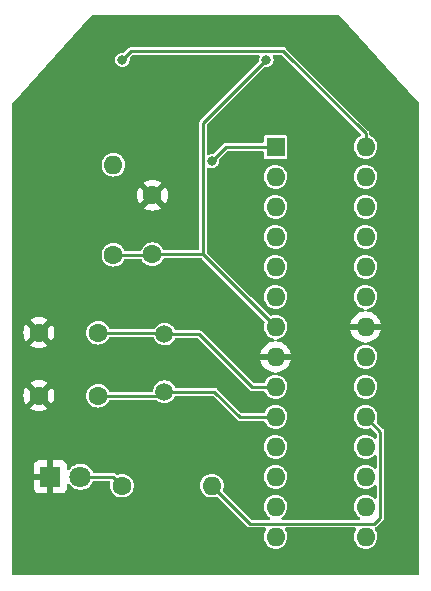
<source format=gbr>
%TF.GenerationSoftware,KiCad,Pcbnew,(6.0.7-1)-1*%
%TF.CreationDate,2022-08-05T12:37:51-05:00*%
%TF.ProjectId,Adafruit NeoPixel 8 Stick,41646166-7275-4697-9420-4e656f506978,rev?*%
%TF.SameCoordinates,Original*%
%TF.FileFunction,Copper,L1,Top*%
%TF.FilePolarity,Positive*%
%FSLAX46Y46*%
G04 Gerber Fmt 4.6, Leading zero omitted, Abs format (unit mm)*
G04 Created by KiCad (PCBNEW (6.0.7-1)-1) date 2022-08-05 12:37:51*
%MOMM*%
%LPD*%
G01*
G04 APERTURE LIST*
%TA.AperFunction,ComponentPad*%
%ADD10C,1.500000*%
%TD*%
%TA.AperFunction,ComponentPad*%
%ADD11C,1.600000*%
%TD*%
%TA.AperFunction,ComponentPad*%
%ADD12R,1.800000X1.800000*%
%TD*%
%TA.AperFunction,ComponentPad*%
%ADD13C,1.800000*%
%TD*%
%TA.AperFunction,ComponentPad*%
%ADD14R,1.600000X1.600000*%
%TD*%
%TA.AperFunction,ComponentPad*%
%ADD15O,1.600000X1.600000*%
%TD*%
%TA.AperFunction,ViaPad*%
%ADD16C,0.800000*%
%TD*%
%TA.AperFunction,Conductor*%
%ADD17C,0.250000*%
%TD*%
G04 APERTURE END LIST*
D10*
%TO.P,Y1,1,1*%
%TO.N,Net-(C2-Pad2)*%
X135382000Y-121830000D03*
%TO.P,Y1,2,2*%
%TO.N,Net-(C3-Pad2)*%
X135382000Y-116950000D03*
%TD*%
D11*
%TO.P,C2,1*%
%TO.N,GND*%
X124754000Y-122174000D03*
%TO.P,C2,2*%
%TO.N,Net-(C2-Pad2)*%
X129754000Y-122174000D03*
%TD*%
D12*
%TO.P,D1,1,K*%
%TO.N,GND*%
X125730000Y-129032000D03*
D13*
%TO.P,D1,2,A*%
%TO.N,Net-(D1-Pad2)*%
X128270000Y-129032000D03*
%TD*%
D14*
%TO.P,U1,1,~{RESET}/PC6*%
%TO.N,Net-(R1-Pad2)*%
X144790000Y-101102000D03*
D15*
%TO.P,U1,2,PD0*%
%TO.N,unconnected-(U1-Pad2)*%
X144790000Y-103642000D03*
%TO.P,U1,3,PD1*%
%TO.N,unconnected-(U1-Pad3)*%
X144790000Y-106182000D03*
%TO.P,U1,4,PD2*%
%TO.N,/LED DATA*%
X144790000Y-108722000D03*
%TO.P,U1,5,PD3*%
%TO.N,unconnected-(U1-Pad5)*%
X144790000Y-111262000D03*
%TO.P,U1,6,PD4*%
%TO.N,unconnected-(U1-Pad6)*%
X144790000Y-113802000D03*
%TO.P,U1,7,VCC*%
%TO.N,+5V*%
X144790000Y-116342000D03*
%TO.P,U1,8,GND*%
%TO.N,GND*%
X144790000Y-118882000D03*
%TO.P,U1,9,XTAL1/PB6*%
%TO.N,Net-(C3-Pad2)*%
X144790000Y-121422000D03*
%TO.P,U1,10,XTAL2/PB7*%
%TO.N,Net-(C2-Pad2)*%
X144790000Y-123962000D03*
%TO.P,U1,11,PD5*%
%TO.N,unconnected-(U1-Pad11)*%
X144790000Y-126502000D03*
%TO.P,U1,12,PD6*%
%TO.N,unconnected-(U1-Pad12)*%
X144790000Y-129042000D03*
%TO.P,U1,13,PD7*%
%TO.N,unconnected-(U1-Pad13)*%
X144790000Y-131582000D03*
%TO.P,U1,14,PB0*%
%TO.N,unconnected-(U1-Pad14)*%
X144790000Y-134122000D03*
%TO.P,U1,15,PB1*%
%TO.N,unconnected-(U1-Pad15)*%
X152410000Y-134122000D03*
%TO.P,U1,16,PB2*%
%TO.N,unconnected-(U1-Pad16)*%
X152410000Y-131582000D03*
%TO.P,U1,17,PB3*%
%TO.N,unconnected-(U1-Pad17)*%
X152410000Y-129042000D03*
%TO.P,U1,18,PB4*%
%TO.N,unconnected-(U1-Pad18)*%
X152410000Y-126502000D03*
%TO.P,U1,19,PB5*%
%TO.N,Net-(R2-Pad2)*%
X152410000Y-123962000D03*
%TO.P,U1,20,AVCC*%
%TO.N,unconnected-(U1-Pad20)*%
X152410000Y-121422000D03*
%TO.P,U1,21,AREF*%
%TO.N,unconnected-(U1-Pad21)*%
X152410000Y-118882000D03*
%TO.P,U1,22,GND*%
%TO.N,GND*%
X152410000Y-116342000D03*
%TO.P,U1,23,PC0*%
%TO.N,unconnected-(U1-Pad23)*%
X152410000Y-113802000D03*
%TO.P,U1,24,PC1*%
%TO.N,unconnected-(U1-Pad24)*%
X152410000Y-111262000D03*
%TO.P,U1,25,PC2*%
%TO.N,unconnected-(U1-Pad25)*%
X152410000Y-108722000D03*
%TO.P,U1,26,PC3*%
%TO.N,unconnected-(U1-Pad26)*%
X152410000Y-106182000D03*
%TO.P,U1,27,PC4*%
%TO.N,/SDA*%
X152410000Y-103642000D03*
%TO.P,U1,28,PC5*%
%TO.N,/SCL*%
X152410000Y-101102000D03*
%TD*%
D11*
%TO.P,C1,1*%
%TO.N,+5V*%
X134366000Y-110196000D03*
%TO.P,C1,2*%
%TO.N,GND*%
X134366000Y-105196000D03*
%TD*%
%TO.P,R2,1*%
%TO.N,Net-(D1-Pad2)*%
X131774000Y-129782000D03*
D15*
%TO.P,R2,2*%
%TO.N,Net-(R2-Pad2)*%
X139394000Y-129782000D03*
%TD*%
D11*
%TO.P,C3,1*%
%TO.N,GND*%
X124754000Y-116840000D03*
%TO.P,C3,2*%
%TO.N,Net-(C3-Pad2)*%
X129754000Y-116840000D03*
%TD*%
%TO.P,R1,1*%
%TO.N,+5V*%
X131064000Y-110236000D03*
D15*
%TO.P,R1,2*%
%TO.N,Net-(R1-Pad2)*%
X131064000Y-102616000D03*
%TD*%
D16*
%TO.N,+5V*%
X144018000Y-93726000D03*
%TO.N,/SCL*%
X131826000Y-93726000D03*
%TO.N,Net-(R1-Pad2)*%
X139398600Y-102314600D03*
%TD*%
D17*
%TO.N,Net-(C3-Pad2)*%
X135382000Y-116950000D02*
X138286000Y-116950000D01*
X142758000Y-121422000D02*
X144790000Y-121422000D01*
X138286000Y-116950000D02*
X142758000Y-121422000D01*
%TO.N,+5V*%
X138644000Y-110196000D02*
X144790000Y-116342000D01*
X138644000Y-99100000D02*
X144018000Y-93726000D01*
X134366000Y-110196000D02*
X138644000Y-110196000D01*
X131064000Y-110236000D02*
X134326000Y-110236000D01*
X138644000Y-110196000D02*
X138644000Y-99100000D01*
%TO.N,/SCL*%
X152410000Y-99970630D02*
X145437170Y-92997800D01*
X145437170Y-92997800D02*
X132554200Y-92997800D01*
X132554200Y-92997800D02*
X131826000Y-93726000D01*
X152410000Y-101102000D02*
X152410000Y-99970630D01*
%TO.N,Net-(C3-Pad2)*%
X129754000Y-116840000D02*
X135272000Y-116840000D01*
%TO.N,Net-(C2-Pad2)*%
X139610000Y-121830000D02*
X141742000Y-123962000D01*
X129754000Y-122174000D02*
X135038000Y-122174000D01*
X141742000Y-123962000D02*
X144790000Y-123962000D01*
X135382000Y-121830000D02*
X139610000Y-121830000D01*
%TO.N,Net-(R1-Pad2)*%
X144790000Y-101102000D02*
X140611200Y-101102000D01*
X140611200Y-101102000D02*
X139398600Y-102314600D01*
%TO.N,Net-(R2-Pad2)*%
X153670000Y-125222000D02*
X152410000Y-123962000D01*
X153163200Y-132993800D02*
X153670000Y-132487000D01*
X142605800Y-132993800D02*
X153163200Y-132993800D01*
X153670000Y-132487000D02*
X153670000Y-125222000D01*
X139394000Y-129782000D02*
X142605800Y-132993800D01*
%TO.N,Net-(D1-Pad2)*%
X131024000Y-129032000D02*
X131774000Y-129782000D01*
X128270000Y-129032000D02*
X131024000Y-129032000D01*
%TD*%
%TA.AperFunction,Conductor*%
%TO.N,GND*%
G36*
X139739764Y-89941501D02*
G01*
X150132471Y-89941501D01*
X150200592Y-89961503D01*
X150226179Y-89983271D01*
X152639509Y-92668154D01*
X154137687Y-94334909D01*
X156914208Y-97423850D01*
X156944871Y-97487883D01*
X156946500Y-97508080D01*
X156946500Y-137262500D01*
X156926498Y-137330621D01*
X156872842Y-137377114D01*
X156820500Y-137388500D01*
X122579500Y-137388500D01*
X122511379Y-137368498D01*
X122464886Y-137314842D01*
X122453500Y-137262500D01*
X122453500Y-129976669D01*
X124322001Y-129976669D01*
X124322371Y-129983490D01*
X124327895Y-130034352D01*
X124331521Y-130049604D01*
X124376676Y-130170054D01*
X124385214Y-130185649D01*
X124461715Y-130287724D01*
X124474276Y-130300285D01*
X124576351Y-130376786D01*
X124591946Y-130385324D01*
X124712394Y-130430478D01*
X124727649Y-130434105D01*
X124778514Y-130439631D01*
X124785328Y-130440000D01*
X125457885Y-130440000D01*
X125473124Y-130435525D01*
X125474329Y-130434135D01*
X125476000Y-130426452D01*
X125476000Y-130421884D01*
X125984000Y-130421884D01*
X125988475Y-130437123D01*
X125989865Y-130438328D01*
X125997548Y-130439999D01*
X126674669Y-130439999D01*
X126681490Y-130439629D01*
X126732352Y-130434105D01*
X126747604Y-130430479D01*
X126868054Y-130385324D01*
X126883649Y-130376786D01*
X126985724Y-130300285D01*
X126998285Y-130287724D01*
X127074786Y-130185649D01*
X127083324Y-130170054D01*
X127128478Y-130049606D01*
X127132105Y-130034351D01*
X127137631Y-129983486D01*
X127138000Y-129976672D01*
X127138000Y-129739338D01*
X127158002Y-129671217D01*
X127211658Y-129624724D01*
X127281932Y-129614620D01*
X127346512Y-129644114D01*
X127366897Y-129666618D01*
X127423809Y-129747147D01*
X127423814Y-129747153D01*
X127427145Y-129751866D01*
X127431281Y-129755895D01*
X127548593Y-129870175D01*
X127572444Y-129893410D01*
X127577240Y-129896615D01*
X127577243Y-129896617D01*
X127697050Y-129976669D01*
X127741104Y-130006105D01*
X127746407Y-130008383D01*
X127746410Y-130008385D01*
X127842354Y-130049606D01*
X127927477Y-130086178D01*
X127999661Y-130102511D01*
X128119684Y-130129670D01*
X128119689Y-130129671D01*
X128125321Y-130130945D01*
X128131092Y-130131172D01*
X128131094Y-130131172D01*
X128191668Y-130133552D01*
X128328011Y-130138909D01*
X128446263Y-130121763D01*
X128523035Y-130110632D01*
X128523039Y-130110631D01*
X128528757Y-130109802D01*
X128534229Y-130107944D01*
X128534231Y-130107944D01*
X128715374Y-130046454D01*
X128715376Y-130046453D01*
X128720838Y-130044599D01*
X128860826Y-129966203D01*
X128892784Y-129948306D01*
X128892785Y-129948305D01*
X128897821Y-129945485D01*
X129053777Y-129815777D01*
X129183485Y-129659821D01*
X129208799Y-129614620D01*
X129235782Y-129566436D01*
X129282599Y-129482838D01*
X129295036Y-129446198D01*
X129335872Y-129388123D01*
X129401625Y-129361344D01*
X129414349Y-129360700D01*
X130682452Y-129360700D01*
X130750573Y-129380702D01*
X130797066Y-129434358D01*
X130807170Y-129504632D01*
X130802554Y-129524798D01*
X130789346Y-129566436D01*
X130787483Y-129572309D01*
X130765542Y-129767918D01*
X130766058Y-129774062D01*
X130773794Y-129866182D01*
X130782013Y-129964064D01*
X130783712Y-129969989D01*
X130832149Y-130138909D01*
X130836268Y-130153274D01*
X130839087Y-130158759D01*
X130923424Y-130322861D01*
X130923427Y-130322866D01*
X130926242Y-130328343D01*
X131048506Y-130482602D01*
X131053200Y-130486597D01*
X131178693Y-130593400D01*
X131198403Y-130610175D01*
X131203781Y-130613181D01*
X131203783Y-130613182D01*
X131269191Y-130649737D01*
X131370226Y-130706203D01*
X131376085Y-130708107D01*
X131376088Y-130708108D01*
X131436201Y-130727640D01*
X131557427Y-130767029D01*
X131563537Y-130767758D01*
X131563539Y-130767758D01*
X131630203Y-130775707D01*
X131752878Y-130790335D01*
X131759013Y-130789863D01*
X131759015Y-130789863D01*
X131942992Y-130775707D01*
X131942996Y-130775706D01*
X131949134Y-130775234D01*
X132138719Y-130722301D01*
X132314411Y-130633552D01*
X132344333Y-130610175D01*
X132464659Y-130516166D01*
X132464660Y-130516165D01*
X132469520Y-130512368D01*
X132598136Y-130363364D01*
X132601180Y-130358006D01*
X132692316Y-130197580D01*
X132692318Y-130197575D01*
X132695362Y-130192217D01*
X132757493Y-130005444D01*
X132771241Y-129896617D01*
X132781721Y-129813664D01*
X132781722Y-129813655D01*
X132782163Y-129810161D01*
X132782556Y-129782000D01*
X132781175Y-129767918D01*
X138385542Y-129767918D01*
X138386058Y-129774062D01*
X138393794Y-129866182D01*
X138402013Y-129964064D01*
X138403712Y-129969989D01*
X138452149Y-130138909D01*
X138456268Y-130153274D01*
X138459087Y-130158759D01*
X138543424Y-130322861D01*
X138543427Y-130322866D01*
X138546242Y-130328343D01*
X138668506Y-130482602D01*
X138673200Y-130486597D01*
X138798693Y-130593400D01*
X138818403Y-130610175D01*
X138823781Y-130613181D01*
X138823783Y-130613182D01*
X138889191Y-130649737D01*
X138990226Y-130706203D01*
X138996085Y-130708107D01*
X138996088Y-130708108D01*
X139056201Y-130727640D01*
X139177427Y-130767029D01*
X139183537Y-130767758D01*
X139183539Y-130767758D01*
X139250203Y-130775707D01*
X139372878Y-130790335D01*
X139379013Y-130789863D01*
X139379015Y-130789863D01*
X139562992Y-130775707D01*
X139562996Y-130775706D01*
X139569134Y-130775234D01*
X139758719Y-130722301D01*
X139762231Y-130720527D01*
X139832207Y-130714608D01*
X139896119Y-130748971D01*
X142359329Y-133212181D01*
X142366756Y-133220285D01*
X142391256Y-133249483D01*
X142424257Y-133268536D01*
X142433514Y-133274433D01*
X142464742Y-133296299D01*
X142475395Y-133299154D01*
X142478692Y-133300691D01*
X142482098Y-133301931D01*
X142491644Y-133307442D01*
X142502499Y-133309356D01*
X142529165Y-133314058D01*
X142539898Y-133316438D01*
X142566056Y-133323447D01*
X142566060Y-133323447D01*
X142576710Y-133326301D01*
X142614680Y-133322979D01*
X142625662Y-133322500D01*
X143880359Y-133322500D01*
X143948480Y-133342502D01*
X143994973Y-133396158D01*
X144005077Y-133466432D01*
X143976881Y-133529491D01*
X143957827Y-133552199D01*
X143863001Y-133724688D01*
X143803483Y-133912309D01*
X143781542Y-134107918D01*
X143798013Y-134304064D01*
X143799712Y-134309989D01*
X143811557Y-134351296D01*
X143852268Y-134493274D01*
X143855087Y-134498759D01*
X143939424Y-134662861D01*
X143939427Y-134662866D01*
X143942242Y-134668343D01*
X144064506Y-134822602D01*
X144214403Y-134950175D01*
X144386226Y-135046203D01*
X144392085Y-135048107D01*
X144392088Y-135048108D01*
X144452201Y-135067640D01*
X144573427Y-135107029D01*
X144579537Y-135107758D01*
X144579539Y-135107758D01*
X144646203Y-135115707D01*
X144768878Y-135130335D01*
X144775013Y-135129863D01*
X144775015Y-135129863D01*
X144958992Y-135115707D01*
X144958996Y-135115706D01*
X144965134Y-135115234D01*
X145154719Y-135062301D01*
X145330411Y-134973552D01*
X145360333Y-134950175D01*
X145480659Y-134856166D01*
X145480660Y-134856165D01*
X145485520Y-134852368D01*
X145614136Y-134703364D01*
X145617180Y-134698006D01*
X145708316Y-134537580D01*
X145708318Y-134537575D01*
X145711362Y-134532217D01*
X145773493Y-134345444D01*
X145779496Y-134297922D01*
X145797721Y-134153664D01*
X145797722Y-134153655D01*
X145798163Y-134150161D01*
X145798556Y-134122000D01*
X145779348Y-133926104D01*
X145777031Y-133918428D01*
X145724237Y-133743569D01*
X145722456Y-133737669D01*
X145630048Y-133563874D01*
X145626154Y-133559099D01*
X145626149Y-133559092D01*
X145600901Y-133528135D01*
X145573347Y-133462704D01*
X145585543Y-133392762D01*
X145633615Y-133340517D01*
X145698544Y-133322500D01*
X151500359Y-133322500D01*
X151568480Y-133342502D01*
X151614973Y-133396158D01*
X151625077Y-133466432D01*
X151596881Y-133529491D01*
X151577827Y-133552199D01*
X151483001Y-133724688D01*
X151423483Y-133912309D01*
X151401542Y-134107918D01*
X151418013Y-134304064D01*
X151419712Y-134309989D01*
X151431557Y-134351296D01*
X151472268Y-134493274D01*
X151475087Y-134498759D01*
X151559424Y-134662861D01*
X151559427Y-134662866D01*
X151562242Y-134668343D01*
X151684506Y-134822602D01*
X151834403Y-134950175D01*
X152006226Y-135046203D01*
X152012085Y-135048107D01*
X152012088Y-135048108D01*
X152072201Y-135067640D01*
X152193427Y-135107029D01*
X152199537Y-135107758D01*
X152199539Y-135107758D01*
X152266203Y-135115707D01*
X152388878Y-135130335D01*
X152395013Y-135129863D01*
X152395015Y-135129863D01*
X152578992Y-135115707D01*
X152578996Y-135115706D01*
X152585134Y-135115234D01*
X152774719Y-135062301D01*
X152950411Y-134973552D01*
X152980333Y-134950175D01*
X153100659Y-134856166D01*
X153100660Y-134856165D01*
X153105520Y-134852368D01*
X153234136Y-134703364D01*
X153237180Y-134698006D01*
X153328316Y-134537580D01*
X153328318Y-134537575D01*
X153331362Y-134532217D01*
X153393493Y-134345444D01*
X153399496Y-134297922D01*
X153417721Y-134153664D01*
X153417722Y-134153655D01*
X153418163Y-134150161D01*
X153418556Y-134122000D01*
X153399348Y-133926104D01*
X153397031Y-133918428D01*
X153344237Y-133743569D01*
X153342456Y-133737669D01*
X153250048Y-133563874D01*
X153246154Y-133559099D01*
X153246149Y-133559092D01*
X153205808Y-133509629D01*
X153178254Y-133444198D01*
X153190450Y-133374256D01*
X153238522Y-133322011D01*
X153260356Y-133311593D01*
X153266503Y-133309356D01*
X153277356Y-133307442D01*
X153286902Y-133301931D01*
X153290308Y-133300691D01*
X153293605Y-133299154D01*
X153304258Y-133296299D01*
X153335486Y-133274433D01*
X153344743Y-133268536D01*
X153368200Y-133254993D01*
X153377744Y-133249483D01*
X153384826Y-133241044D01*
X153384831Y-133241039D01*
X153402245Y-133220285D01*
X153409671Y-133212181D01*
X153888381Y-132733471D01*
X153896485Y-132726044D01*
X153917239Y-132708629D01*
X153925683Y-132701544D01*
X153944736Y-132668544D01*
X153950641Y-132659275D01*
X153966178Y-132637086D01*
X153966179Y-132637085D01*
X153972499Y-132628058D01*
X153975352Y-132617411D01*
X153976886Y-132614121D01*
X153978130Y-132610704D01*
X153983642Y-132601156D01*
X153990260Y-132563623D01*
X153992639Y-132552893D01*
X153999648Y-132526737D01*
X153999648Y-132526732D01*
X154002500Y-132516090D01*
X153999179Y-132478127D01*
X153998700Y-132467146D01*
X153998700Y-125241848D01*
X153999180Y-125230865D01*
X154001540Y-125203893D01*
X154002501Y-125192910D01*
X153999647Y-125182260D01*
X153999647Y-125182256D01*
X153992638Y-125156098D01*
X153990258Y-125145365D01*
X153985556Y-125118699D01*
X153983642Y-125107844D01*
X153978131Y-125098298D01*
X153976891Y-125094892D01*
X153975354Y-125091595D01*
X153972499Y-125080942D01*
X153950633Y-125049714D01*
X153944736Y-125040457D01*
X153931193Y-125017000D01*
X153925683Y-125007456D01*
X153917244Y-125000374D01*
X153917239Y-125000369D01*
X153896485Y-124982955D01*
X153888381Y-124975529D01*
X153374833Y-124461981D01*
X153340807Y-124399669D01*
X153344370Y-124333114D01*
X153365736Y-124268886D01*
X153393493Y-124185444D01*
X153399496Y-124137922D01*
X153417721Y-123993664D01*
X153417722Y-123993655D01*
X153418163Y-123990161D01*
X153418556Y-123962000D01*
X153399348Y-123766104D01*
X153397031Y-123758428D01*
X153353213Y-123613298D01*
X153342456Y-123577669D01*
X153250048Y-123403874D01*
X153171799Y-123307931D01*
X153129537Y-123256112D01*
X153129534Y-123256109D01*
X153125642Y-123251337D01*
X153120893Y-123247408D01*
X152978727Y-123129798D01*
X152978723Y-123129796D01*
X152973977Y-123125869D01*
X152800831Y-123032249D01*
X152690777Y-122998182D01*
X152618685Y-122975866D01*
X152618682Y-122975865D01*
X152612798Y-122974044D01*
X152606673Y-122973400D01*
X152606672Y-122973400D01*
X152423169Y-122954113D01*
X152423168Y-122954113D01*
X152417041Y-122953469D01*
X152344275Y-122960091D01*
X152227153Y-122970749D01*
X152227149Y-122970750D01*
X152221015Y-122971308D01*
X152032188Y-123026883D01*
X151857752Y-123118076D01*
X151704350Y-123241414D01*
X151577827Y-123392199D01*
X151483001Y-123564688D01*
X151423483Y-123752309D01*
X151401542Y-123947918D01*
X151418013Y-124144064D01*
X151419712Y-124149989D01*
X151465796Y-124310702D01*
X151472268Y-124333274D01*
X151475087Y-124338759D01*
X151559424Y-124502861D01*
X151559427Y-124502866D01*
X151562242Y-124508343D01*
X151684506Y-124662602D01*
X151834403Y-124790175D01*
X152006226Y-124886203D01*
X152012085Y-124888107D01*
X152012088Y-124888108D01*
X152072201Y-124907640D01*
X152193427Y-124947029D01*
X152199537Y-124947758D01*
X152199539Y-124947758D01*
X152266203Y-124955707D01*
X152388878Y-124970335D01*
X152395013Y-124969863D01*
X152395015Y-124969863D01*
X152578992Y-124955707D01*
X152578996Y-124955706D01*
X152585134Y-124955234D01*
X152774719Y-124902301D01*
X152778231Y-124900527D01*
X152848207Y-124894608D01*
X152912119Y-124928971D01*
X153304395Y-125321247D01*
X153338421Y-125383559D01*
X153341300Y-125410342D01*
X153341300Y-125703660D01*
X153321298Y-125771781D01*
X153267642Y-125818274D01*
X153197368Y-125828378D01*
X153132788Y-125798884D01*
X153128627Y-125794997D01*
X153125642Y-125791337D01*
X153120893Y-125787408D01*
X152978727Y-125669798D01*
X152978723Y-125669796D01*
X152973977Y-125665869D01*
X152800831Y-125572249D01*
X152706814Y-125543146D01*
X152618685Y-125515866D01*
X152618682Y-125515865D01*
X152612798Y-125514044D01*
X152606673Y-125513400D01*
X152606672Y-125513400D01*
X152423169Y-125494113D01*
X152423168Y-125494113D01*
X152417041Y-125493469D01*
X152344275Y-125500091D01*
X152227153Y-125510749D01*
X152227149Y-125510750D01*
X152221015Y-125511308D01*
X152032188Y-125566883D01*
X151857752Y-125658076D01*
X151704350Y-125781414D01*
X151577827Y-125932199D01*
X151483001Y-126104688D01*
X151423483Y-126292309D01*
X151401542Y-126487918D01*
X151418013Y-126684064D01*
X151419712Y-126689989D01*
X151431557Y-126731296D01*
X151472268Y-126873274D01*
X151475087Y-126878759D01*
X151559424Y-127042861D01*
X151559427Y-127042866D01*
X151562242Y-127048343D01*
X151684506Y-127202602D01*
X151689200Y-127206597D01*
X151699457Y-127215326D01*
X151834403Y-127330175D01*
X152006226Y-127426203D01*
X152012085Y-127428107D01*
X152012088Y-127428108D01*
X152072201Y-127447640D01*
X152193427Y-127487029D01*
X152199537Y-127487758D01*
X152199539Y-127487758D01*
X152266203Y-127495707D01*
X152388878Y-127510335D01*
X152395013Y-127509863D01*
X152395015Y-127509863D01*
X152578992Y-127495707D01*
X152578996Y-127495706D01*
X152585134Y-127495234D01*
X152774719Y-127442301D01*
X152950411Y-127353552D01*
X152980333Y-127330175D01*
X153100659Y-127236166D01*
X153100660Y-127236165D01*
X153105520Y-127232368D01*
X153119919Y-127215687D01*
X153179572Y-127177190D01*
X153250569Y-127177056D01*
X153310368Y-127215326D01*
X153339983Y-127279851D01*
X153341300Y-127298019D01*
X153341300Y-128243660D01*
X153321298Y-128311781D01*
X153267642Y-128358274D01*
X153197368Y-128368378D01*
X153132788Y-128338884D01*
X153128627Y-128334997D01*
X153125642Y-128331337D01*
X153120893Y-128327408D01*
X152978727Y-128209798D01*
X152978723Y-128209796D01*
X152973977Y-128205869D01*
X152800831Y-128112249D01*
X152698297Y-128080510D01*
X152618685Y-128055866D01*
X152618682Y-128055865D01*
X152612798Y-128054044D01*
X152606673Y-128053400D01*
X152606672Y-128053400D01*
X152423169Y-128034113D01*
X152423168Y-128034113D01*
X152417041Y-128033469D01*
X152344275Y-128040091D01*
X152227153Y-128050749D01*
X152227149Y-128050750D01*
X152221015Y-128051308D01*
X152032188Y-128106883D01*
X151857752Y-128198076D01*
X151704350Y-128321414D01*
X151577827Y-128472199D01*
X151483001Y-128644688D01*
X151423483Y-128832309D01*
X151401542Y-129027918D01*
X151402058Y-129034062D01*
X151417017Y-129212199D01*
X151418013Y-129224064D01*
X151419712Y-129229989D01*
X151469036Y-129402001D01*
X151472268Y-129413274D01*
X151475087Y-129418759D01*
X151559424Y-129582861D01*
X151559427Y-129582866D01*
X151562242Y-129588343D01*
X151684506Y-129742602D01*
X151689200Y-129746597D01*
X151734917Y-129785505D01*
X151834403Y-129870175D01*
X151839781Y-129873181D01*
X151839783Y-129873182D01*
X151946590Y-129932874D01*
X152006226Y-129966203D01*
X152012085Y-129968107D01*
X152012088Y-129968108D01*
X152072201Y-129987640D01*
X152193427Y-130027029D01*
X152199537Y-130027758D01*
X152199539Y-130027758D01*
X152266203Y-130035707D01*
X152388878Y-130050335D01*
X152395013Y-130049863D01*
X152395015Y-130049863D01*
X152578992Y-130035707D01*
X152578996Y-130035706D01*
X152585134Y-130035234D01*
X152774719Y-129982301D01*
X152950411Y-129893552D01*
X152980333Y-129870175D01*
X153100659Y-129776166D01*
X153100660Y-129776165D01*
X153105520Y-129772368D01*
X153119919Y-129755687D01*
X153179572Y-129717190D01*
X153250569Y-129717056D01*
X153310368Y-129755326D01*
X153339983Y-129819851D01*
X153341300Y-129838019D01*
X153341300Y-130783660D01*
X153321298Y-130851781D01*
X153267642Y-130898274D01*
X153197368Y-130908378D01*
X153132788Y-130878884D01*
X153128627Y-130874997D01*
X153125642Y-130871337D01*
X153120893Y-130867408D01*
X152978727Y-130749798D01*
X152978723Y-130749796D01*
X152973977Y-130745869D01*
X152800831Y-130652249D01*
X152664910Y-130610175D01*
X152618685Y-130595866D01*
X152618682Y-130595865D01*
X152612798Y-130594044D01*
X152606673Y-130593400D01*
X152606672Y-130593400D01*
X152423169Y-130574113D01*
X152423168Y-130574113D01*
X152417041Y-130573469D01*
X152344275Y-130580091D01*
X152227153Y-130590749D01*
X152227149Y-130590750D01*
X152221015Y-130591308D01*
X152032188Y-130646883D01*
X151857752Y-130738076D01*
X151704350Y-130861414D01*
X151577827Y-131012199D01*
X151483001Y-131184688D01*
X151423483Y-131372309D01*
X151401542Y-131567918D01*
X151418013Y-131764064D01*
X151419712Y-131769989D01*
X151431557Y-131811296D01*
X151472268Y-131953274D01*
X151475087Y-131958759D01*
X151559424Y-132122861D01*
X151559427Y-132122866D01*
X151562242Y-132128343D01*
X151684506Y-132282602D01*
X151834403Y-132410175D01*
X151839781Y-132413181D01*
X151839783Y-132413182D01*
X151868287Y-132429112D01*
X151917993Y-132479805D01*
X151932401Y-132549324D01*
X151906938Y-132615597D01*
X151849686Y-132657583D01*
X151806817Y-132665100D01*
X145398122Y-132665100D01*
X145330001Y-132645098D01*
X145283508Y-132591442D01*
X145273404Y-132521168D01*
X145302898Y-132456588D01*
X145328537Y-132434499D01*
X145330411Y-132433552D01*
X145485520Y-132312368D01*
X145614136Y-132163364D01*
X145617180Y-132158006D01*
X145708316Y-131997580D01*
X145708318Y-131997575D01*
X145711362Y-131992217D01*
X145773493Y-131805444D01*
X145779496Y-131757922D01*
X145797721Y-131613664D01*
X145797722Y-131613655D01*
X145798163Y-131610161D01*
X145798556Y-131582000D01*
X145779348Y-131386104D01*
X145777031Y-131378428D01*
X145724237Y-131203569D01*
X145722456Y-131197669D01*
X145630048Y-131023874D01*
X145535852Y-130908378D01*
X145509537Y-130876112D01*
X145509534Y-130876109D01*
X145505642Y-130871337D01*
X145500893Y-130867408D01*
X145358727Y-130749798D01*
X145358723Y-130749796D01*
X145353977Y-130745869D01*
X145180831Y-130652249D01*
X145044910Y-130610175D01*
X144998685Y-130595866D01*
X144998682Y-130595865D01*
X144992798Y-130594044D01*
X144986673Y-130593400D01*
X144986672Y-130593400D01*
X144803169Y-130574113D01*
X144803168Y-130574113D01*
X144797041Y-130573469D01*
X144724275Y-130580091D01*
X144607153Y-130590749D01*
X144607149Y-130590750D01*
X144601015Y-130591308D01*
X144412188Y-130646883D01*
X144237752Y-130738076D01*
X144084350Y-130861414D01*
X143957827Y-131012199D01*
X143863001Y-131184688D01*
X143803483Y-131372309D01*
X143781542Y-131567918D01*
X143798013Y-131764064D01*
X143799712Y-131769989D01*
X143811557Y-131811296D01*
X143852268Y-131953274D01*
X143855087Y-131958759D01*
X143939424Y-132122861D01*
X143939427Y-132122866D01*
X143942242Y-132128343D01*
X144064506Y-132282602D01*
X144214403Y-132410175D01*
X144219781Y-132413181D01*
X144219783Y-132413182D01*
X144248287Y-132429112D01*
X144297993Y-132479805D01*
X144312401Y-132549324D01*
X144286938Y-132615597D01*
X144229686Y-132657583D01*
X144186817Y-132665100D01*
X142794142Y-132665100D01*
X142726021Y-132645098D01*
X142705047Y-132628195D01*
X140358833Y-130281981D01*
X140324807Y-130219669D01*
X140328370Y-130153114D01*
X140364468Y-130044599D01*
X140377493Y-130005444D01*
X140391241Y-129896617D01*
X140401721Y-129813664D01*
X140401722Y-129813655D01*
X140402163Y-129810161D01*
X140402556Y-129782000D01*
X140383348Y-129586104D01*
X140381031Y-129578428D01*
X140352170Y-129482838D01*
X140326456Y-129397669D01*
X140234048Y-129223874D01*
X140164182Y-129138210D01*
X140113537Y-129076112D01*
X140113534Y-129076109D01*
X140109642Y-129071337D01*
X140103961Y-129066637D01*
X140057158Y-129027918D01*
X143781542Y-129027918D01*
X143782058Y-129034062D01*
X143797017Y-129212199D01*
X143798013Y-129224064D01*
X143799712Y-129229989D01*
X143849036Y-129402001D01*
X143852268Y-129413274D01*
X143855087Y-129418759D01*
X143939424Y-129582861D01*
X143939427Y-129582866D01*
X143942242Y-129588343D01*
X144064506Y-129742602D01*
X144069200Y-129746597D01*
X144114917Y-129785505D01*
X144214403Y-129870175D01*
X144219781Y-129873181D01*
X144219783Y-129873182D01*
X144326590Y-129932874D01*
X144386226Y-129966203D01*
X144392085Y-129968107D01*
X144392088Y-129968108D01*
X144452201Y-129987640D01*
X144573427Y-130027029D01*
X144579537Y-130027758D01*
X144579539Y-130027758D01*
X144646203Y-130035707D01*
X144768878Y-130050335D01*
X144775013Y-130049863D01*
X144775015Y-130049863D01*
X144958992Y-130035707D01*
X144958996Y-130035706D01*
X144965134Y-130035234D01*
X145154719Y-129982301D01*
X145330411Y-129893552D01*
X145360333Y-129870175D01*
X145480659Y-129776166D01*
X145480660Y-129776165D01*
X145485520Y-129772368D01*
X145614136Y-129623364D01*
X145617180Y-129618006D01*
X145708316Y-129457580D01*
X145708318Y-129457575D01*
X145711362Y-129452217D01*
X145773493Y-129265444D01*
X145781079Y-129205396D01*
X145797721Y-129073664D01*
X145797722Y-129073655D01*
X145798163Y-129070161D01*
X145798556Y-129042000D01*
X145779348Y-128846104D01*
X145777031Y-128838428D01*
X145740201Y-128716444D01*
X145722456Y-128657669D01*
X145630048Y-128483874D01*
X145535852Y-128368378D01*
X145509537Y-128336112D01*
X145509534Y-128336109D01*
X145505642Y-128331337D01*
X145500893Y-128327408D01*
X145358727Y-128209798D01*
X145358723Y-128209796D01*
X145353977Y-128205869D01*
X145180831Y-128112249D01*
X145078297Y-128080510D01*
X144998685Y-128055866D01*
X144998682Y-128055865D01*
X144992798Y-128054044D01*
X144986673Y-128053400D01*
X144986672Y-128053400D01*
X144803169Y-128034113D01*
X144803168Y-128034113D01*
X144797041Y-128033469D01*
X144724275Y-128040091D01*
X144607153Y-128050749D01*
X144607149Y-128050750D01*
X144601015Y-128051308D01*
X144412188Y-128106883D01*
X144237752Y-128198076D01*
X144084350Y-128321414D01*
X143957827Y-128472199D01*
X143863001Y-128644688D01*
X143803483Y-128832309D01*
X143781542Y-129027918D01*
X140057158Y-129027918D01*
X139962727Y-128949798D01*
X139962723Y-128949796D01*
X139957977Y-128945869D01*
X139784831Y-128852249D01*
X139660036Y-128813619D01*
X139602685Y-128795866D01*
X139602682Y-128795865D01*
X139596798Y-128794044D01*
X139590673Y-128793400D01*
X139590672Y-128793400D01*
X139407169Y-128774113D01*
X139407168Y-128774113D01*
X139401041Y-128773469D01*
X139351252Y-128778000D01*
X139211153Y-128790749D01*
X139211149Y-128790750D01*
X139205015Y-128791308D01*
X139016188Y-128846883D01*
X138841752Y-128938076D01*
X138688350Y-129061414D01*
X138561827Y-129212199D01*
X138467001Y-129384688D01*
X138407483Y-129572309D01*
X138385542Y-129767918D01*
X132781175Y-129767918D01*
X132763348Y-129586104D01*
X132761031Y-129578428D01*
X132732170Y-129482838D01*
X132706456Y-129397669D01*
X132614048Y-129223874D01*
X132544182Y-129138210D01*
X132493537Y-129076112D01*
X132493534Y-129076109D01*
X132489642Y-129071337D01*
X132483961Y-129066637D01*
X132342727Y-128949798D01*
X132342723Y-128949796D01*
X132337977Y-128945869D01*
X132164831Y-128852249D01*
X132040036Y-128813619D01*
X131982685Y-128795866D01*
X131982682Y-128795865D01*
X131976798Y-128794044D01*
X131970673Y-128793400D01*
X131970672Y-128793400D01*
X131787169Y-128774113D01*
X131787168Y-128774113D01*
X131781041Y-128773469D01*
X131731252Y-128778000D01*
X131591153Y-128790749D01*
X131591149Y-128790750D01*
X131585015Y-128791308D01*
X131579107Y-128793047D01*
X131579106Y-128793047D01*
X131396526Y-128846783D01*
X131325529Y-128846828D01*
X131271856Y-128815004D01*
X131270471Y-128813619D01*
X131263044Y-128805515D01*
X131245630Y-128784762D01*
X131245631Y-128784762D01*
X131238544Y-128776317D01*
X131205539Y-128757262D01*
X131196286Y-128751367D01*
X131165058Y-128729501D01*
X131154405Y-128726646D01*
X131151108Y-128725109D01*
X131147702Y-128723869D01*
X131138156Y-128718358D01*
X131100636Y-128711742D01*
X131089902Y-128709362D01*
X131063744Y-128702353D01*
X131063740Y-128702353D01*
X131053090Y-128699499D01*
X131015120Y-128702821D01*
X131004138Y-128703300D01*
X129416952Y-128703300D01*
X129348831Y-128683298D01*
X129303946Y-128633029D01*
X129217644Y-128458027D01*
X129215090Y-128452848D01*
X129116944Y-128321414D01*
X129097176Y-128294941D01*
X129097175Y-128294940D01*
X129093723Y-128290317D01*
X128944768Y-128152625D01*
X128773216Y-128044383D01*
X128767856Y-128042245D01*
X128767851Y-128042242D01*
X128590175Y-127971357D01*
X128584811Y-127969217D01*
X128579154Y-127968092D01*
X128579148Y-127968090D01*
X128391529Y-127930771D01*
X128391527Y-127930771D01*
X128385862Y-127929644D01*
X128380087Y-127929568D01*
X128380083Y-127929568D01*
X128278824Y-127928243D01*
X128183034Y-127926989D01*
X128177337Y-127927968D01*
X128177336Y-127927968D01*
X127988808Y-127960363D01*
X127988805Y-127960364D01*
X127983118Y-127961341D01*
X127792809Y-128031549D01*
X127708814Y-128081521D01*
X127623450Y-128132307D01*
X127623447Y-128132309D01*
X127618482Y-128135263D01*
X127614142Y-128139069D01*
X127614138Y-128139072D01*
X127494880Y-128243660D01*
X127465975Y-128269009D01*
X127462400Y-128273544D01*
X127462399Y-128273545D01*
X127362949Y-128399696D01*
X127305067Y-128440809D01*
X127234147Y-128444103D01*
X127172705Y-128408531D01*
X127140248Y-128345388D01*
X127137999Y-128321690D01*
X127137999Y-128087331D01*
X127137629Y-128080510D01*
X127132105Y-128029648D01*
X127128479Y-128014396D01*
X127083324Y-127893946D01*
X127074786Y-127878351D01*
X126998285Y-127776276D01*
X126985724Y-127763715D01*
X126883649Y-127687214D01*
X126868054Y-127678676D01*
X126747606Y-127633522D01*
X126732351Y-127629895D01*
X126681486Y-127624369D01*
X126674672Y-127624000D01*
X126002115Y-127624000D01*
X125986876Y-127628475D01*
X125985671Y-127629865D01*
X125984000Y-127637548D01*
X125984000Y-130421884D01*
X125476000Y-130421884D01*
X125476000Y-129304115D01*
X125471525Y-129288876D01*
X125470135Y-129287671D01*
X125462452Y-129286000D01*
X124340116Y-129286000D01*
X124324877Y-129290475D01*
X124323672Y-129291865D01*
X124322001Y-129299548D01*
X124322001Y-129976669D01*
X122453500Y-129976669D01*
X122453500Y-128759885D01*
X124322000Y-128759885D01*
X124326475Y-128775124D01*
X124327865Y-128776329D01*
X124335548Y-128778000D01*
X125457885Y-128778000D01*
X125473124Y-128773525D01*
X125474329Y-128772135D01*
X125476000Y-128764452D01*
X125476000Y-127642116D01*
X125471525Y-127626877D01*
X125470135Y-127625672D01*
X125462452Y-127624001D01*
X124785331Y-127624001D01*
X124778510Y-127624371D01*
X124727648Y-127629895D01*
X124712396Y-127633521D01*
X124591946Y-127678676D01*
X124576351Y-127687214D01*
X124474276Y-127763715D01*
X124461715Y-127776276D01*
X124385214Y-127878351D01*
X124376676Y-127893946D01*
X124331522Y-128014394D01*
X124327895Y-128029649D01*
X124322369Y-128080514D01*
X124322000Y-128087328D01*
X124322000Y-128759885D01*
X122453500Y-128759885D01*
X122453500Y-126487918D01*
X143781542Y-126487918D01*
X143798013Y-126684064D01*
X143799712Y-126689989D01*
X143811557Y-126731296D01*
X143852268Y-126873274D01*
X143855087Y-126878759D01*
X143939424Y-127042861D01*
X143939427Y-127042866D01*
X143942242Y-127048343D01*
X144064506Y-127202602D01*
X144069200Y-127206597D01*
X144079457Y-127215326D01*
X144214403Y-127330175D01*
X144386226Y-127426203D01*
X144392085Y-127428107D01*
X144392088Y-127428108D01*
X144452201Y-127447640D01*
X144573427Y-127487029D01*
X144579537Y-127487758D01*
X144579539Y-127487758D01*
X144646203Y-127495707D01*
X144768878Y-127510335D01*
X144775013Y-127509863D01*
X144775015Y-127509863D01*
X144958992Y-127495707D01*
X144958996Y-127495706D01*
X144965134Y-127495234D01*
X145154719Y-127442301D01*
X145330411Y-127353552D01*
X145360333Y-127330175D01*
X145480659Y-127236166D01*
X145480660Y-127236165D01*
X145485520Y-127232368D01*
X145614136Y-127083364D01*
X145617180Y-127078006D01*
X145708316Y-126917580D01*
X145708318Y-126917575D01*
X145711362Y-126912217D01*
X145773493Y-126725444D01*
X145779496Y-126677922D01*
X145797721Y-126533664D01*
X145797722Y-126533655D01*
X145798163Y-126530161D01*
X145798556Y-126502000D01*
X145779348Y-126306104D01*
X145777031Y-126298428D01*
X145724237Y-126123569D01*
X145722456Y-126117669D01*
X145630048Y-125943874D01*
X145535852Y-125828378D01*
X145509537Y-125796112D01*
X145509534Y-125796109D01*
X145505642Y-125791337D01*
X145500893Y-125787408D01*
X145358727Y-125669798D01*
X145358723Y-125669796D01*
X145353977Y-125665869D01*
X145180831Y-125572249D01*
X145086814Y-125543146D01*
X144998685Y-125515866D01*
X144998682Y-125515865D01*
X144992798Y-125514044D01*
X144986673Y-125513400D01*
X144986672Y-125513400D01*
X144803169Y-125494113D01*
X144803168Y-125494113D01*
X144797041Y-125493469D01*
X144724275Y-125500091D01*
X144607153Y-125510749D01*
X144607149Y-125510750D01*
X144601015Y-125511308D01*
X144412188Y-125566883D01*
X144237752Y-125658076D01*
X144084350Y-125781414D01*
X143957827Y-125932199D01*
X143863001Y-126104688D01*
X143803483Y-126292309D01*
X143781542Y-126487918D01*
X122453500Y-126487918D01*
X122453500Y-123260062D01*
X124032493Y-123260062D01*
X124041789Y-123272077D01*
X124092994Y-123307931D01*
X124102489Y-123313414D01*
X124299947Y-123405490D01*
X124310239Y-123409236D01*
X124520688Y-123465625D01*
X124531481Y-123467528D01*
X124748525Y-123486517D01*
X124759475Y-123486517D01*
X124976519Y-123467528D01*
X124987312Y-123465625D01*
X125197761Y-123409236D01*
X125208053Y-123405490D01*
X125405511Y-123313414D01*
X125415006Y-123307931D01*
X125467048Y-123271491D01*
X125475424Y-123261012D01*
X125468356Y-123247566D01*
X124766812Y-122546022D01*
X124752868Y-122538408D01*
X124751035Y-122538539D01*
X124744420Y-122542790D01*
X124038923Y-123248287D01*
X124032493Y-123260062D01*
X122453500Y-123260062D01*
X122453500Y-122179475D01*
X123441483Y-122179475D01*
X123460472Y-122396519D01*
X123462375Y-122407312D01*
X123518764Y-122617761D01*
X123522510Y-122628053D01*
X123614586Y-122825511D01*
X123620069Y-122835006D01*
X123656509Y-122887048D01*
X123666988Y-122895424D01*
X123680434Y-122888356D01*
X124381978Y-122186812D01*
X124388356Y-122175132D01*
X125118408Y-122175132D01*
X125118539Y-122176965D01*
X125122790Y-122183580D01*
X125828287Y-122889077D01*
X125840062Y-122895507D01*
X125852077Y-122886211D01*
X125887931Y-122835006D01*
X125893414Y-122825511D01*
X125985490Y-122628053D01*
X125989236Y-122617761D01*
X126045625Y-122407312D01*
X126047528Y-122396519D01*
X126066517Y-122179475D01*
X126066517Y-122168525D01*
X126065764Y-122159918D01*
X128745542Y-122159918D01*
X128762013Y-122356064D01*
X128763712Y-122361989D01*
X128814337Y-122538539D01*
X128816268Y-122545274D01*
X128819087Y-122550759D01*
X128903424Y-122714861D01*
X128903427Y-122714866D01*
X128906242Y-122720343D01*
X129028506Y-122874602D01*
X129033200Y-122878597D01*
X129144593Y-122973400D01*
X129178403Y-123002175D01*
X129183781Y-123005181D01*
X129183783Y-123005182D01*
X129228954Y-123030427D01*
X129350226Y-123098203D01*
X129356085Y-123100107D01*
X129356088Y-123100108D01*
X129411388Y-123118076D01*
X129537427Y-123159029D01*
X129543537Y-123159758D01*
X129543539Y-123159758D01*
X129610203Y-123167707D01*
X129732878Y-123182335D01*
X129739013Y-123181863D01*
X129739015Y-123181863D01*
X129922992Y-123167707D01*
X129922996Y-123167706D01*
X129929134Y-123167234D01*
X130118719Y-123114301D01*
X130294411Y-123025552D01*
X130324333Y-123002175D01*
X130444659Y-122908166D01*
X130444660Y-122908165D01*
X130449520Y-122904368D01*
X130578136Y-122755364D01*
X130581180Y-122750006D01*
X130672317Y-122589578D01*
X130672319Y-122589574D01*
X130675362Y-122584217D01*
X130677307Y-122578369D01*
X130677717Y-122577449D01*
X130723698Y-122523354D01*
X130792823Y-122502700D01*
X134654510Y-122502700D01*
X134722631Y-122522702D01*
X134736172Y-122532746D01*
X134835077Y-122616920D01*
X134840455Y-122619926D01*
X134840457Y-122619927D01*
X134916708Y-122662542D01*
X134998340Y-122708164D01*
X135176216Y-122765960D01*
X135361931Y-122788105D01*
X135368066Y-122787633D01*
X135368068Y-122787633D01*
X135542268Y-122774229D01*
X135542272Y-122774228D01*
X135548410Y-122773756D01*
X135728550Y-122723460D01*
X135895491Y-122639132D01*
X135920073Y-122619927D01*
X136038012Y-122527783D01*
X136038013Y-122527782D01*
X136042873Y-122523985D01*
X136165082Y-122382404D01*
X136176680Y-122361989D01*
X136255941Y-122222463D01*
X136306980Y-122173113D01*
X136365497Y-122158700D01*
X139421658Y-122158700D01*
X139489779Y-122178702D01*
X139510753Y-122195605D01*
X141495529Y-124180381D01*
X141502956Y-124188485D01*
X141527456Y-124217683D01*
X141537001Y-124223194D01*
X141560456Y-124236736D01*
X141569724Y-124242640D01*
X141600942Y-124264499D01*
X141611589Y-124267352D01*
X141614879Y-124268886D01*
X141618296Y-124270130D01*
X141627844Y-124275642D01*
X141665377Y-124282260D01*
X141676107Y-124284639D01*
X141702263Y-124291648D01*
X141702268Y-124291648D01*
X141712910Y-124294500D01*
X141723885Y-124293540D01*
X141723887Y-124293540D01*
X141750873Y-124291179D01*
X141761854Y-124290700D01*
X143753477Y-124290700D01*
X143821598Y-124310702D01*
X143865543Y-124359105D01*
X143918415Y-124461981D01*
X143942242Y-124508343D01*
X144064506Y-124662602D01*
X144214403Y-124790175D01*
X144386226Y-124886203D01*
X144392085Y-124888107D01*
X144392088Y-124888108D01*
X144452201Y-124907640D01*
X144573427Y-124947029D01*
X144579537Y-124947758D01*
X144579539Y-124947758D01*
X144646203Y-124955707D01*
X144768878Y-124970335D01*
X144775013Y-124969863D01*
X144775015Y-124969863D01*
X144958992Y-124955707D01*
X144958996Y-124955706D01*
X144965134Y-124955234D01*
X145154719Y-124902301D01*
X145330411Y-124813552D01*
X145360333Y-124790175D01*
X145480659Y-124696166D01*
X145480660Y-124696165D01*
X145485520Y-124692368D01*
X145614136Y-124543364D01*
X145617180Y-124538006D01*
X145708316Y-124377580D01*
X145708318Y-124377575D01*
X145711362Y-124372217D01*
X145773493Y-124185444D01*
X145779496Y-124137922D01*
X145797721Y-123993664D01*
X145797722Y-123993655D01*
X145798163Y-123990161D01*
X145798556Y-123962000D01*
X145779348Y-123766104D01*
X145777031Y-123758428D01*
X145733213Y-123613298D01*
X145722456Y-123577669D01*
X145630048Y-123403874D01*
X145551799Y-123307931D01*
X145509537Y-123256112D01*
X145509534Y-123256109D01*
X145505642Y-123251337D01*
X145500893Y-123247408D01*
X145358727Y-123129798D01*
X145358723Y-123129796D01*
X145353977Y-123125869D01*
X145180831Y-123032249D01*
X145070777Y-122998182D01*
X144998685Y-122975866D01*
X144998682Y-122975865D01*
X144992798Y-122974044D01*
X144986673Y-122973400D01*
X144986672Y-122973400D01*
X144803169Y-122954113D01*
X144803168Y-122954113D01*
X144797041Y-122953469D01*
X144724275Y-122960091D01*
X144607153Y-122970749D01*
X144607149Y-122970750D01*
X144601015Y-122971308D01*
X144412188Y-123026883D01*
X144237752Y-123118076D01*
X144084350Y-123241414D01*
X143957827Y-123392199D01*
X143863001Y-123564688D01*
X143861331Y-123563770D01*
X143821756Y-123611670D01*
X143751166Y-123633300D01*
X141930342Y-123633300D01*
X141862221Y-123613298D01*
X141841247Y-123596395D01*
X139856471Y-121611619D01*
X139849044Y-121603515D01*
X139831630Y-121582762D01*
X139831631Y-121582762D01*
X139824544Y-121574317D01*
X139791539Y-121555262D01*
X139782286Y-121549367D01*
X139751058Y-121527501D01*
X139740405Y-121524646D01*
X139737108Y-121523109D01*
X139733702Y-121521869D01*
X139724156Y-121516358D01*
X139686636Y-121509742D01*
X139675902Y-121507362D01*
X139649744Y-121500353D01*
X139649740Y-121500353D01*
X139639090Y-121497499D01*
X139601120Y-121500821D01*
X139590138Y-121501300D01*
X136363114Y-121501300D01*
X136294993Y-121481298D01*
X136251862Y-121434453D01*
X136247105Y-121425505D01*
X136180201Y-121299677D01*
X136133509Y-121242427D01*
X136065887Y-121159513D01*
X136065884Y-121159510D01*
X136061992Y-121154738D01*
X136056300Y-121150029D01*
X135922633Y-121039450D01*
X135922630Y-121039448D01*
X135917883Y-121035521D01*
X135753362Y-120946565D01*
X135574696Y-120891258D01*
X135568575Y-120890615D01*
X135568572Y-120890614D01*
X135394818Y-120872352D01*
X135394817Y-120872352D01*
X135388690Y-120871708D01*
X135292390Y-120880472D01*
X135208571Y-120888100D01*
X135208570Y-120888100D01*
X135202430Y-120888659D01*
X135196516Y-120890400D01*
X135196514Y-120890400D01*
X135193599Y-120891258D01*
X135023009Y-120941466D01*
X134857262Y-121028116D01*
X134711502Y-121145310D01*
X134591281Y-121288584D01*
X134501179Y-121452480D01*
X134499318Y-121458347D01*
X134499317Y-121458349D01*
X134478774Y-121523109D01*
X134444626Y-121630755D01*
X134433619Y-121728891D01*
X134433119Y-121733345D01*
X134405648Y-121798811D01*
X134347145Y-121839034D01*
X134307904Y-121845300D01*
X130791744Y-121845300D01*
X130723623Y-121825298D01*
X130680492Y-121778453D01*
X130665991Y-121751179D01*
X130594048Y-121615874D01*
X130500213Y-121500821D01*
X130473537Y-121468112D01*
X130473534Y-121468109D01*
X130469642Y-121463337D01*
X130464893Y-121459408D01*
X130322727Y-121341798D01*
X130322723Y-121341796D01*
X130317977Y-121337869D01*
X130144831Y-121244249D01*
X130022688Y-121206440D01*
X129962685Y-121187866D01*
X129962682Y-121187865D01*
X129956798Y-121186044D01*
X129950673Y-121185400D01*
X129950672Y-121185400D01*
X129767169Y-121166113D01*
X129767168Y-121166113D01*
X129761041Y-121165469D01*
X129688275Y-121172091D01*
X129571153Y-121182749D01*
X129571149Y-121182750D01*
X129565015Y-121183308D01*
X129376188Y-121238883D01*
X129201752Y-121330076D01*
X129048350Y-121453414D01*
X128921827Y-121604199D01*
X128827001Y-121776688D01*
X128825140Y-121782555D01*
X128825139Y-121782557D01*
X128807223Y-121839034D01*
X128767483Y-121964309D01*
X128745542Y-122159918D01*
X126065764Y-122159918D01*
X126047528Y-121951481D01*
X126045625Y-121940688D01*
X125989236Y-121730239D01*
X125985490Y-121719947D01*
X125893414Y-121522489D01*
X125887931Y-121512994D01*
X125851491Y-121460952D01*
X125841012Y-121452576D01*
X125827566Y-121459644D01*
X125126022Y-122161188D01*
X125118408Y-122175132D01*
X124388356Y-122175132D01*
X124389592Y-122172868D01*
X124389461Y-122171035D01*
X124385210Y-122164420D01*
X123679713Y-121458923D01*
X123667938Y-121452493D01*
X123655923Y-121461789D01*
X123620069Y-121512994D01*
X123614586Y-121522489D01*
X123522510Y-121719947D01*
X123518764Y-121730239D01*
X123462375Y-121940688D01*
X123460472Y-121951481D01*
X123441483Y-122168525D01*
X123441483Y-122179475D01*
X122453500Y-122179475D01*
X122453500Y-121086988D01*
X124032576Y-121086988D01*
X124039644Y-121100434D01*
X124741188Y-121801978D01*
X124755132Y-121809592D01*
X124756965Y-121809461D01*
X124763580Y-121805210D01*
X125469077Y-121099713D01*
X125475507Y-121087938D01*
X125466211Y-121075923D01*
X125415006Y-121040069D01*
X125405511Y-121034586D01*
X125208053Y-120942510D01*
X125197761Y-120938764D01*
X124987312Y-120882375D01*
X124976519Y-120880472D01*
X124759475Y-120861483D01*
X124748525Y-120861483D01*
X124531481Y-120880472D01*
X124520688Y-120882375D01*
X124310239Y-120938764D01*
X124299947Y-120942510D01*
X124102489Y-121034586D01*
X124092994Y-121040069D01*
X124040952Y-121076509D01*
X124032576Y-121086988D01*
X122453500Y-121086988D01*
X122453500Y-117926062D01*
X124032493Y-117926062D01*
X124041789Y-117938077D01*
X124092994Y-117973931D01*
X124102489Y-117979414D01*
X124299947Y-118071490D01*
X124310239Y-118075236D01*
X124520688Y-118131625D01*
X124531481Y-118133528D01*
X124748525Y-118152517D01*
X124759475Y-118152517D01*
X124976519Y-118133528D01*
X124987312Y-118131625D01*
X125197761Y-118075236D01*
X125208053Y-118071490D01*
X125405511Y-117979414D01*
X125415006Y-117973931D01*
X125467048Y-117937491D01*
X125475424Y-117927012D01*
X125468356Y-117913566D01*
X124766812Y-117212022D01*
X124752868Y-117204408D01*
X124751035Y-117204539D01*
X124744420Y-117208790D01*
X124038923Y-117914287D01*
X124032493Y-117926062D01*
X122453500Y-117926062D01*
X122453500Y-116845475D01*
X123441483Y-116845475D01*
X123460472Y-117062519D01*
X123462375Y-117073312D01*
X123518764Y-117283761D01*
X123522510Y-117294053D01*
X123614586Y-117491511D01*
X123620069Y-117501006D01*
X123656509Y-117553048D01*
X123666988Y-117561424D01*
X123680434Y-117554356D01*
X124381978Y-116852812D01*
X124388356Y-116841132D01*
X125118408Y-116841132D01*
X125118539Y-116842965D01*
X125122790Y-116849580D01*
X125828287Y-117555077D01*
X125840062Y-117561507D01*
X125852077Y-117552211D01*
X125887931Y-117501006D01*
X125893414Y-117491511D01*
X125985490Y-117294053D01*
X125989236Y-117283761D01*
X126045625Y-117073312D01*
X126047528Y-117062519D01*
X126066517Y-116845475D01*
X126066517Y-116834525D01*
X126065764Y-116825918D01*
X128745542Y-116825918D01*
X128762013Y-117022064D01*
X128763712Y-117027989D01*
X128814337Y-117204539D01*
X128816268Y-117211274D01*
X128819087Y-117216759D01*
X128903424Y-117380861D01*
X128903427Y-117380866D01*
X128906242Y-117386343D01*
X129028506Y-117540602D01*
X129033200Y-117544597D01*
X129154443Y-117647783D01*
X129178403Y-117668175D01*
X129350226Y-117764203D01*
X129356085Y-117766107D01*
X129356088Y-117766108D01*
X129416201Y-117785640D01*
X129537427Y-117825029D01*
X129543537Y-117825758D01*
X129543539Y-117825758D01*
X129610203Y-117833707D01*
X129732878Y-117848335D01*
X129739013Y-117847863D01*
X129739015Y-117847863D01*
X129922992Y-117833707D01*
X129922996Y-117833706D01*
X129929134Y-117833234D01*
X130118719Y-117780301D01*
X130294411Y-117691552D01*
X130317694Y-117673362D01*
X130444659Y-117574166D01*
X130444660Y-117574165D01*
X130449520Y-117570368D01*
X130578136Y-117421364D01*
X130581180Y-117416006D01*
X130672317Y-117255578D01*
X130672319Y-117255574D01*
X130675362Y-117250217D01*
X130677307Y-117244369D01*
X130677717Y-117243449D01*
X130723698Y-117189354D01*
X130792823Y-117168700D01*
X134357587Y-117168700D01*
X134425708Y-117188702D01*
X134472201Y-117242358D01*
X134478706Y-117259970D01*
X134484077Y-117278700D01*
X134490981Y-117302779D01*
X134576472Y-117469127D01*
X134692646Y-117615702D01*
X134697339Y-117619696D01*
X134697340Y-117619697D01*
X134818383Y-117722712D01*
X134835077Y-117736920D01*
X134840455Y-117739926D01*
X134840457Y-117739927D01*
X134887303Y-117766108D01*
X134998340Y-117828164D01*
X135176216Y-117885960D01*
X135361931Y-117908105D01*
X135368066Y-117907633D01*
X135368068Y-117907633D01*
X135542268Y-117894229D01*
X135542272Y-117894228D01*
X135548410Y-117893756D01*
X135728550Y-117843460D01*
X135895491Y-117759132D01*
X135920073Y-117739927D01*
X136038012Y-117647783D01*
X136038013Y-117647782D01*
X136042873Y-117643985D01*
X136165082Y-117502404D01*
X136205828Y-117430679D01*
X136255941Y-117342463D01*
X136306980Y-117293113D01*
X136365497Y-117278700D01*
X138097658Y-117278700D01*
X138165779Y-117298702D01*
X138186753Y-117315605D01*
X142511529Y-121640381D01*
X142518956Y-121648485D01*
X142543456Y-121677683D01*
X142576457Y-121696736D01*
X142585714Y-121702633D01*
X142616942Y-121724499D01*
X142627595Y-121727354D01*
X142630892Y-121728891D01*
X142634298Y-121730131D01*
X142643844Y-121735642D01*
X142654699Y-121737556D01*
X142681365Y-121742258D01*
X142692098Y-121744638D01*
X142718256Y-121751647D01*
X142718260Y-121751647D01*
X142728910Y-121754501D01*
X142766880Y-121751179D01*
X142777862Y-121750700D01*
X143753477Y-121750700D01*
X143821598Y-121770702D01*
X143865543Y-121819105D01*
X143939424Y-121962860D01*
X143942242Y-121968343D01*
X144064506Y-122122602D01*
X144069200Y-122126597D01*
X144181842Y-122222463D01*
X144214403Y-122250175D01*
X144386226Y-122346203D01*
X144392085Y-122348107D01*
X144392088Y-122348108D01*
X144452201Y-122367640D01*
X144573427Y-122407029D01*
X144579537Y-122407758D01*
X144579539Y-122407758D01*
X144646203Y-122415707D01*
X144768878Y-122430335D01*
X144775013Y-122429863D01*
X144775015Y-122429863D01*
X144958992Y-122415707D01*
X144958996Y-122415706D01*
X144965134Y-122415234D01*
X145154719Y-122362301D01*
X145330411Y-122273552D01*
X145360333Y-122250175D01*
X145480659Y-122156166D01*
X145480660Y-122156165D01*
X145485520Y-122152368D01*
X145614136Y-122003364D01*
X145617180Y-121998006D01*
X145708316Y-121837580D01*
X145708318Y-121837575D01*
X145711362Y-121832217D01*
X145773493Y-121645444D01*
X145781412Y-121582762D01*
X145797721Y-121453664D01*
X145797722Y-121453655D01*
X145798163Y-121450161D01*
X145798556Y-121422000D01*
X145797175Y-121407918D01*
X151401542Y-121407918D01*
X151402058Y-121414062D01*
X151411265Y-121523700D01*
X151418013Y-121604064D01*
X151419712Y-121609989D01*
X151465796Y-121770702D01*
X151472268Y-121793274D01*
X151475087Y-121798759D01*
X151559424Y-121962861D01*
X151559427Y-121962866D01*
X151562242Y-121968343D01*
X151684506Y-122122602D01*
X151689200Y-122126597D01*
X151801842Y-122222463D01*
X151834403Y-122250175D01*
X152006226Y-122346203D01*
X152012085Y-122348107D01*
X152012088Y-122348108D01*
X152072201Y-122367640D01*
X152193427Y-122407029D01*
X152199537Y-122407758D01*
X152199539Y-122407758D01*
X152266203Y-122415707D01*
X152388878Y-122430335D01*
X152395013Y-122429863D01*
X152395015Y-122429863D01*
X152578992Y-122415707D01*
X152578996Y-122415706D01*
X152585134Y-122415234D01*
X152774719Y-122362301D01*
X152950411Y-122273552D01*
X152980333Y-122250175D01*
X153100659Y-122156166D01*
X153100660Y-122156165D01*
X153105520Y-122152368D01*
X153234136Y-122003364D01*
X153237180Y-121998006D01*
X153328316Y-121837580D01*
X153328318Y-121837575D01*
X153331362Y-121832217D01*
X153393493Y-121645444D01*
X153401412Y-121582762D01*
X153417721Y-121453664D01*
X153417722Y-121453655D01*
X153418163Y-121450161D01*
X153418556Y-121422000D01*
X153399348Y-121226104D01*
X153397031Y-121218428D01*
X153357346Y-121086988D01*
X153342456Y-121037669D01*
X153250048Y-120863874D01*
X153180182Y-120778210D01*
X153129537Y-120716112D01*
X153129534Y-120716109D01*
X153125642Y-120711337D01*
X153120893Y-120707408D01*
X152978727Y-120589798D01*
X152978723Y-120589796D01*
X152973977Y-120585869D01*
X152800831Y-120492249D01*
X152706814Y-120463146D01*
X152618685Y-120435866D01*
X152618682Y-120435865D01*
X152612798Y-120434044D01*
X152606673Y-120433400D01*
X152606672Y-120433400D01*
X152423169Y-120414113D01*
X152423168Y-120414113D01*
X152417041Y-120413469D01*
X152344275Y-120420091D01*
X152227153Y-120430749D01*
X152227149Y-120430750D01*
X152221015Y-120431308D01*
X152032188Y-120486883D01*
X151857752Y-120578076D01*
X151704350Y-120701414D01*
X151577827Y-120852199D01*
X151483001Y-121024688D01*
X151481140Y-121030555D01*
X151481139Y-121030557D01*
X151453242Y-121118498D01*
X151423483Y-121212309D01*
X151401542Y-121407918D01*
X145797175Y-121407918D01*
X145779348Y-121226104D01*
X145777031Y-121218428D01*
X145737346Y-121086988D01*
X145722456Y-121037669D01*
X145630048Y-120863874D01*
X145560182Y-120778210D01*
X145509537Y-120716112D01*
X145509534Y-120716109D01*
X145505642Y-120711337D01*
X145500893Y-120707408D01*
X145358727Y-120589798D01*
X145358723Y-120589796D01*
X145353977Y-120585869D01*
X145180831Y-120492249D01*
X145086814Y-120463146D01*
X144998685Y-120435866D01*
X144998682Y-120435865D01*
X144992798Y-120434044D01*
X144986673Y-120433400D01*
X144986672Y-120433400D01*
X144960860Y-120430687D01*
X144895204Y-120403673D01*
X144854575Y-120345451D01*
X144851872Y-120274506D01*
X144887955Y-120213362D01*
X144951366Y-120181432D01*
X144963051Y-120179856D01*
X145012520Y-120175528D01*
X145023312Y-120173625D01*
X145233761Y-120117236D01*
X145244053Y-120113490D01*
X145441511Y-120021414D01*
X145451007Y-120015931D01*
X145629467Y-119890972D01*
X145637875Y-119883916D01*
X145791916Y-119729875D01*
X145798972Y-119721467D01*
X145923931Y-119543007D01*
X145929414Y-119533511D01*
X146021490Y-119336053D01*
X146025236Y-119325761D01*
X146071394Y-119153497D01*
X146071058Y-119139401D01*
X146063116Y-119136000D01*
X143522033Y-119136000D01*
X143508502Y-119139973D01*
X143507273Y-119148522D01*
X143554764Y-119325761D01*
X143558510Y-119336053D01*
X143650586Y-119533511D01*
X143656069Y-119543007D01*
X143781028Y-119721467D01*
X143788084Y-119729875D01*
X143942125Y-119883916D01*
X143950533Y-119890972D01*
X144128993Y-120015931D01*
X144138489Y-120021414D01*
X144335947Y-120113490D01*
X144346239Y-120117236D01*
X144556688Y-120173625D01*
X144567481Y-120175528D01*
X144611121Y-120179346D01*
X144677240Y-120205209D01*
X144718880Y-120262712D01*
X144722821Y-120333599D01*
X144687813Y-120395364D01*
X144624969Y-120428397D01*
X144611567Y-120430348D01*
X144601015Y-120431308D01*
X144412188Y-120486883D01*
X144237752Y-120578076D01*
X144084350Y-120701414D01*
X143957827Y-120852199D01*
X143863001Y-121024688D01*
X143861331Y-121023770D01*
X143821756Y-121071670D01*
X143751166Y-121093300D01*
X142946342Y-121093300D01*
X142878221Y-121073298D01*
X142857247Y-121056395D01*
X138532471Y-116731619D01*
X138525044Y-116723515D01*
X138507630Y-116702762D01*
X138507631Y-116702762D01*
X138500544Y-116694317D01*
X138467539Y-116675262D01*
X138458286Y-116669367D01*
X138427058Y-116647501D01*
X138416405Y-116644646D01*
X138413108Y-116643109D01*
X138409702Y-116641869D01*
X138400156Y-116636358D01*
X138379123Y-116632649D01*
X138362635Y-116629742D01*
X138351902Y-116627362D01*
X138325744Y-116620353D01*
X138325740Y-116620353D01*
X138315090Y-116617499D01*
X138277120Y-116620821D01*
X138266138Y-116621300D01*
X136363114Y-116621300D01*
X136294993Y-116601298D01*
X136251862Y-116554453D01*
X136238855Y-116529989D01*
X136180201Y-116419677D01*
X136167302Y-116403861D01*
X136065887Y-116279513D01*
X136065884Y-116279510D01*
X136061992Y-116274738D01*
X136057243Y-116270809D01*
X135922633Y-116159450D01*
X135922630Y-116159448D01*
X135917883Y-116155521D01*
X135753362Y-116066565D01*
X135574696Y-116011258D01*
X135568575Y-116010615D01*
X135568572Y-116010614D01*
X135394818Y-115992352D01*
X135394817Y-115992352D01*
X135388690Y-115991708D01*
X135272320Y-116002298D01*
X135208571Y-116008100D01*
X135208570Y-116008100D01*
X135202430Y-116008659D01*
X135196516Y-116010400D01*
X135196514Y-116010400D01*
X135193599Y-116011258D01*
X135023009Y-116061466D01*
X134857262Y-116148116D01*
X134711502Y-116265310D01*
X134591281Y-116408584D01*
X134572533Y-116442688D01*
X134570712Y-116446000D01*
X134520368Y-116496059D01*
X134460297Y-116511300D01*
X130791744Y-116511300D01*
X130723623Y-116491298D01*
X130680492Y-116444453D01*
X130670212Y-116425118D01*
X130594048Y-116281874D01*
X130494202Y-116159450D01*
X130473537Y-116134112D01*
X130473534Y-116134109D01*
X130469642Y-116129337D01*
X130464893Y-116125408D01*
X130322727Y-116007798D01*
X130322723Y-116007796D01*
X130317977Y-116003869D01*
X130144831Y-115910249D01*
X130050815Y-115881147D01*
X129962685Y-115853866D01*
X129962682Y-115853865D01*
X129956798Y-115852044D01*
X129950673Y-115851400D01*
X129950672Y-115851400D01*
X129767169Y-115832113D01*
X129767168Y-115832113D01*
X129761041Y-115831469D01*
X129688275Y-115838091D01*
X129571153Y-115848749D01*
X129571149Y-115848750D01*
X129565015Y-115849308D01*
X129376188Y-115904883D01*
X129201752Y-115996076D01*
X129048350Y-116119414D01*
X128921827Y-116270199D01*
X128827001Y-116442688D01*
X128825140Y-116448555D01*
X128825139Y-116448557D01*
X128799307Y-116529989D01*
X128767483Y-116630309D01*
X128745542Y-116825918D01*
X126065764Y-116825918D01*
X126047528Y-116617481D01*
X126045625Y-116606688D01*
X125989236Y-116396239D01*
X125985490Y-116385947D01*
X125893414Y-116188489D01*
X125887931Y-116178994D01*
X125851491Y-116126952D01*
X125841012Y-116118576D01*
X125827566Y-116125644D01*
X125126022Y-116827188D01*
X125118408Y-116841132D01*
X124388356Y-116841132D01*
X124389592Y-116838868D01*
X124389461Y-116837035D01*
X124385210Y-116830420D01*
X123679713Y-116124923D01*
X123667938Y-116118493D01*
X123655923Y-116127789D01*
X123620069Y-116178994D01*
X123614586Y-116188489D01*
X123522510Y-116385947D01*
X123518764Y-116396239D01*
X123462375Y-116606688D01*
X123460472Y-116617481D01*
X123441483Y-116834525D01*
X123441483Y-116845475D01*
X122453500Y-116845475D01*
X122453500Y-115752988D01*
X124032576Y-115752988D01*
X124039644Y-115766434D01*
X124741188Y-116467978D01*
X124755132Y-116475592D01*
X124756965Y-116475461D01*
X124763580Y-116471210D01*
X125469077Y-115765713D01*
X125475507Y-115753938D01*
X125466211Y-115741923D01*
X125415006Y-115706069D01*
X125405511Y-115700586D01*
X125208053Y-115608510D01*
X125197761Y-115604764D01*
X124987312Y-115548375D01*
X124976519Y-115546472D01*
X124759475Y-115527483D01*
X124748525Y-115527483D01*
X124531481Y-115546472D01*
X124520688Y-115548375D01*
X124310239Y-115604764D01*
X124299947Y-115608510D01*
X124102489Y-115700586D01*
X124092994Y-115706069D01*
X124040952Y-115742509D01*
X124032576Y-115752988D01*
X122453500Y-115752988D01*
X122453500Y-110221918D01*
X130055542Y-110221918D01*
X130072013Y-110418064D01*
X130073712Y-110423989D01*
X130119983Y-110585354D01*
X130126268Y-110607274D01*
X130129087Y-110612759D01*
X130213424Y-110776861D01*
X130213427Y-110776866D01*
X130216242Y-110782343D01*
X130338506Y-110936602D01*
X130343200Y-110940597D01*
X130474461Y-111052309D01*
X130488403Y-111064175D01*
X130660226Y-111160203D01*
X130666085Y-111162107D01*
X130666088Y-111162108D01*
X130718464Y-111179126D01*
X130847427Y-111221029D01*
X130853537Y-111221758D01*
X130853539Y-111221758D01*
X130920203Y-111229707D01*
X131042878Y-111244335D01*
X131049013Y-111243863D01*
X131049015Y-111243863D01*
X131232992Y-111229707D01*
X131232996Y-111229706D01*
X131239134Y-111229234D01*
X131428719Y-111176301D01*
X131604411Y-111087552D01*
X131631864Y-111066104D01*
X131754659Y-110970166D01*
X131754660Y-110970165D01*
X131759520Y-110966368D01*
X131888136Y-110817364D01*
X131891180Y-110812006D01*
X131982317Y-110651578D01*
X131982319Y-110651574D01*
X131985362Y-110646217D01*
X131987307Y-110640369D01*
X131987717Y-110639449D01*
X132033698Y-110585354D01*
X132102823Y-110564700D01*
X133350035Y-110564700D01*
X133418156Y-110584702D01*
X133462101Y-110633105D01*
X133515424Y-110736861D01*
X133515427Y-110736866D01*
X133518242Y-110742343D01*
X133640506Y-110896602D01*
X133645200Y-110900597D01*
X133687506Y-110936602D01*
X133790403Y-111024175D01*
X133795781Y-111027181D01*
X133795783Y-111027182D01*
X133867355Y-111067182D01*
X133962226Y-111120203D01*
X133968085Y-111122107D01*
X133968088Y-111122108D01*
X134028201Y-111141640D01*
X134149427Y-111181029D01*
X134155537Y-111181758D01*
X134155539Y-111181758D01*
X134222203Y-111189707D01*
X134344878Y-111204335D01*
X134351013Y-111203863D01*
X134351015Y-111203863D01*
X134534992Y-111189707D01*
X134534996Y-111189706D01*
X134541134Y-111189234D01*
X134730719Y-111136301D01*
X134906411Y-111047552D01*
X134936333Y-111024175D01*
X135056659Y-110930166D01*
X135056660Y-110930165D01*
X135061520Y-110926368D01*
X135190136Y-110777364D01*
X135193180Y-110772006D01*
X135284317Y-110611578D01*
X135284319Y-110611574D01*
X135287362Y-110606217D01*
X135289307Y-110600369D01*
X135289717Y-110599449D01*
X135335698Y-110545354D01*
X135404823Y-110524700D01*
X138455658Y-110524700D01*
X138523779Y-110544702D01*
X138544753Y-110561605D01*
X143824444Y-115841296D01*
X143858470Y-115903608D01*
X143855451Y-115968488D01*
X143803483Y-116132309D01*
X143781542Y-116327918D01*
X143782058Y-116334062D01*
X143795262Y-116491298D01*
X143798013Y-116524064D01*
X143799712Y-116529989D01*
X143849254Y-116702762D01*
X143852268Y-116713274D01*
X143855087Y-116718759D01*
X143939424Y-116882861D01*
X143939427Y-116882866D01*
X143942242Y-116888343D01*
X144064506Y-117042602D01*
X144214403Y-117170175D01*
X144219781Y-117173181D01*
X144219783Y-117173182D01*
X144277336Y-117205347D01*
X144386226Y-117266203D01*
X144392085Y-117268107D01*
X144392088Y-117268108D01*
X144452201Y-117287640D01*
X144573427Y-117327029D01*
X144579535Y-117327757D01*
X144579538Y-117327758D01*
X144624857Y-117333162D01*
X144690130Y-117361090D01*
X144729942Y-117419874D01*
X144731654Y-117490850D01*
X144694721Y-117551484D01*
X144630870Y-117582525D01*
X144620917Y-117583797D01*
X144567481Y-117588472D01*
X144556688Y-117590375D01*
X144346239Y-117646764D01*
X144335947Y-117650510D01*
X144138489Y-117742586D01*
X144128993Y-117748069D01*
X143950533Y-117873028D01*
X143942125Y-117880084D01*
X143788084Y-118034125D01*
X143781028Y-118042533D01*
X143656069Y-118220993D01*
X143650586Y-118230489D01*
X143558510Y-118427947D01*
X143554764Y-118438239D01*
X143508606Y-118610503D01*
X143508942Y-118624599D01*
X143516884Y-118628000D01*
X146057967Y-118628000D01*
X146071498Y-118624027D01*
X146072727Y-118615478D01*
X146025236Y-118438239D01*
X146021490Y-118427947D01*
X145929414Y-118230489D01*
X145923931Y-118220993D01*
X145798972Y-118042533D01*
X145791916Y-118034125D01*
X145637875Y-117880084D01*
X145629467Y-117873028D01*
X145451007Y-117748069D01*
X145441511Y-117742586D01*
X145244053Y-117650510D01*
X145233761Y-117646764D01*
X145023312Y-117590375D01*
X145012519Y-117588472D01*
X144972057Y-117584932D01*
X144905938Y-117559069D01*
X144864298Y-117501566D01*
X144860357Y-117430679D01*
X144895365Y-117368914D01*
X144960656Y-117335579D01*
X144965134Y-117335234D01*
X144971062Y-117333579D01*
X144971067Y-117333578D01*
X145102592Y-117296855D01*
X145154719Y-117282301D01*
X145330411Y-117193552D01*
X145335785Y-117189354D01*
X145480659Y-117076166D01*
X145480660Y-117076165D01*
X145485520Y-117072368D01*
X145614136Y-116923364D01*
X145617180Y-116918006D01*
X145708316Y-116757580D01*
X145708318Y-116757575D01*
X145711362Y-116752217D01*
X145759163Y-116608522D01*
X151127273Y-116608522D01*
X151174764Y-116785761D01*
X151178510Y-116796053D01*
X151270586Y-116993511D01*
X151276069Y-117003007D01*
X151401028Y-117181467D01*
X151408084Y-117189875D01*
X151562125Y-117343916D01*
X151570533Y-117350972D01*
X151748993Y-117475931D01*
X151758489Y-117481414D01*
X151955947Y-117573490D01*
X151966239Y-117577236D01*
X152176688Y-117633625D01*
X152187481Y-117635528D01*
X152231121Y-117639346D01*
X152297240Y-117665209D01*
X152338880Y-117722712D01*
X152342821Y-117793599D01*
X152307813Y-117855364D01*
X152244969Y-117888397D01*
X152231567Y-117890348D01*
X152221015Y-117891308D01*
X152032188Y-117946883D01*
X151857752Y-118038076D01*
X151852952Y-118041936D01*
X151852951Y-118041936D01*
X151851705Y-118042938D01*
X151704350Y-118161414D01*
X151577827Y-118312199D01*
X151483001Y-118484688D01*
X151423483Y-118672309D01*
X151401542Y-118867918D01*
X151418013Y-119064064D01*
X151419712Y-119069989D01*
X151439780Y-119139973D01*
X151472268Y-119253274D01*
X151475087Y-119258759D01*
X151559424Y-119422861D01*
X151559427Y-119422866D01*
X151562242Y-119428343D01*
X151684506Y-119582602D01*
X151834403Y-119710175D01*
X151839781Y-119713181D01*
X151839783Y-119713182D01*
X151869439Y-119729756D01*
X152006226Y-119806203D01*
X152012085Y-119808107D01*
X152012088Y-119808108D01*
X152072201Y-119827640D01*
X152193427Y-119867029D01*
X152199537Y-119867758D01*
X152199539Y-119867758D01*
X152266203Y-119875707D01*
X152388878Y-119890335D01*
X152395013Y-119889863D01*
X152395015Y-119889863D01*
X152578992Y-119875707D01*
X152578996Y-119875706D01*
X152585134Y-119875234D01*
X152774719Y-119822301D01*
X152950411Y-119733552D01*
X152980333Y-119710175D01*
X153100659Y-119616166D01*
X153100660Y-119616165D01*
X153105520Y-119612368D01*
X153234136Y-119463364D01*
X153237180Y-119458006D01*
X153328316Y-119297580D01*
X153328318Y-119297575D01*
X153331362Y-119292217D01*
X153393493Y-119105444D01*
X153399496Y-119057922D01*
X153417721Y-118913664D01*
X153417722Y-118913655D01*
X153418163Y-118910161D01*
X153418556Y-118882000D01*
X153399348Y-118686104D01*
X153397031Y-118678428D01*
X153344237Y-118503569D01*
X153342456Y-118497669D01*
X153250048Y-118323874D01*
X153173885Y-118230489D01*
X153129537Y-118176112D01*
X153129534Y-118176109D01*
X153125642Y-118171337D01*
X153120893Y-118167408D01*
X152978727Y-118049798D01*
X152978723Y-118049796D01*
X152973977Y-118045869D01*
X152800831Y-117952249D01*
X152678194Y-117914287D01*
X152618685Y-117895866D01*
X152618682Y-117895865D01*
X152612798Y-117894044D01*
X152606673Y-117893400D01*
X152606672Y-117893400D01*
X152580860Y-117890687D01*
X152515204Y-117863673D01*
X152474575Y-117805451D01*
X152471872Y-117734506D01*
X152507955Y-117673362D01*
X152571366Y-117641432D01*
X152583051Y-117639856D01*
X152632520Y-117635528D01*
X152643312Y-117633625D01*
X152853761Y-117577236D01*
X152864053Y-117573490D01*
X153061511Y-117481414D01*
X153071007Y-117475931D01*
X153249467Y-117350972D01*
X153257875Y-117343916D01*
X153411916Y-117189875D01*
X153418972Y-117181467D01*
X153543931Y-117003007D01*
X153549414Y-116993511D01*
X153641490Y-116796053D01*
X153645236Y-116785761D01*
X153691394Y-116613497D01*
X153691058Y-116599401D01*
X153683116Y-116596000D01*
X151142033Y-116596000D01*
X151128502Y-116599973D01*
X151127273Y-116608522D01*
X145759163Y-116608522D01*
X145773493Y-116565444D01*
X145787361Y-116455669D01*
X145797721Y-116373664D01*
X145797722Y-116373655D01*
X145798163Y-116370161D01*
X145798556Y-116342000D01*
X145779348Y-116146104D01*
X145777031Y-116138428D01*
X145756523Y-116070503D01*
X151128606Y-116070503D01*
X151128942Y-116084599D01*
X151136884Y-116088000D01*
X153677967Y-116088000D01*
X153691498Y-116084027D01*
X153692727Y-116075478D01*
X153645236Y-115898239D01*
X153641490Y-115887947D01*
X153549414Y-115690489D01*
X153543931Y-115680993D01*
X153418972Y-115502533D01*
X153411916Y-115494125D01*
X153257875Y-115340084D01*
X153249467Y-115333028D01*
X153071007Y-115208069D01*
X153061511Y-115202586D01*
X152864053Y-115110510D01*
X152853761Y-115106764D01*
X152643312Y-115050375D01*
X152632519Y-115048472D01*
X152592057Y-115044932D01*
X152525938Y-115019069D01*
X152484298Y-114961566D01*
X152480357Y-114890679D01*
X152515365Y-114828914D01*
X152580656Y-114795579D01*
X152585134Y-114795234D01*
X152591062Y-114793579D01*
X152591067Y-114793578D01*
X152696338Y-114764185D01*
X152774719Y-114742301D01*
X152950411Y-114653552D01*
X152980333Y-114630175D01*
X153100659Y-114536166D01*
X153100660Y-114536165D01*
X153105520Y-114532368D01*
X153234136Y-114383364D01*
X153237180Y-114378006D01*
X153328316Y-114217580D01*
X153328318Y-114217575D01*
X153331362Y-114212217D01*
X153393493Y-114025444D01*
X153399496Y-113977922D01*
X153417721Y-113833664D01*
X153417722Y-113833655D01*
X153418163Y-113830161D01*
X153418556Y-113802000D01*
X153399348Y-113606104D01*
X153397031Y-113598428D01*
X153344237Y-113423569D01*
X153342456Y-113417669D01*
X153250048Y-113243874D01*
X153180182Y-113158210D01*
X153129537Y-113096112D01*
X153129534Y-113096109D01*
X153125642Y-113091337D01*
X153120893Y-113087408D01*
X152978727Y-112969798D01*
X152978723Y-112969796D01*
X152973977Y-112965869D01*
X152800831Y-112872249D01*
X152706814Y-112843146D01*
X152618685Y-112815866D01*
X152618682Y-112815865D01*
X152612798Y-112814044D01*
X152606673Y-112813400D01*
X152606672Y-112813400D01*
X152423169Y-112794113D01*
X152423168Y-112794113D01*
X152417041Y-112793469D01*
X152344275Y-112800091D01*
X152227153Y-112810749D01*
X152227149Y-112810750D01*
X152221015Y-112811308D01*
X152032188Y-112866883D01*
X151857752Y-112958076D01*
X151704350Y-113081414D01*
X151577827Y-113232199D01*
X151483001Y-113404688D01*
X151423483Y-113592309D01*
X151401542Y-113787918D01*
X151418013Y-113984064D01*
X151419712Y-113989989D01*
X151431557Y-114031296D01*
X151472268Y-114173274D01*
X151475087Y-114178759D01*
X151559424Y-114342861D01*
X151559427Y-114342866D01*
X151562242Y-114348343D01*
X151684506Y-114502602D01*
X151834403Y-114630175D01*
X152006226Y-114726203D01*
X152012085Y-114728107D01*
X152012088Y-114728108D01*
X152072201Y-114747640D01*
X152193427Y-114787029D01*
X152199535Y-114787757D01*
X152199538Y-114787758D01*
X152244857Y-114793162D01*
X152310130Y-114821090D01*
X152349942Y-114879874D01*
X152351654Y-114950850D01*
X152314721Y-115011484D01*
X152250870Y-115042525D01*
X152240917Y-115043797D01*
X152187481Y-115048472D01*
X152176688Y-115050375D01*
X151966239Y-115106764D01*
X151955947Y-115110510D01*
X151758489Y-115202586D01*
X151748993Y-115208069D01*
X151570533Y-115333028D01*
X151562125Y-115340084D01*
X151408084Y-115494125D01*
X151401028Y-115502533D01*
X151276069Y-115680993D01*
X151270586Y-115690489D01*
X151178510Y-115887947D01*
X151174764Y-115898239D01*
X151128606Y-116070503D01*
X145756523Y-116070503D01*
X145739185Y-116013079D01*
X145722456Y-115957669D01*
X145630048Y-115783874D01*
X145553885Y-115690489D01*
X145509537Y-115636112D01*
X145509534Y-115636109D01*
X145505642Y-115631337D01*
X145473521Y-115604764D01*
X145358727Y-115509798D01*
X145358723Y-115509796D01*
X145353977Y-115505869D01*
X145180831Y-115412249D01*
X145060510Y-115375004D01*
X144998685Y-115355866D01*
X144998682Y-115355865D01*
X144992798Y-115354044D01*
X144986673Y-115353400D01*
X144986672Y-115353400D01*
X144803169Y-115334113D01*
X144803168Y-115334113D01*
X144797041Y-115333469D01*
X144724351Y-115340084D01*
X144607153Y-115350749D01*
X144607149Y-115350750D01*
X144601015Y-115351308D01*
X144595107Y-115353047D01*
X144595106Y-115353047D01*
X144412526Y-115406783D01*
X144341529Y-115406828D01*
X144287856Y-115375004D01*
X142700770Y-113787918D01*
X143781542Y-113787918D01*
X143798013Y-113984064D01*
X143799712Y-113989989D01*
X143811557Y-114031296D01*
X143852268Y-114173274D01*
X143855087Y-114178759D01*
X143939424Y-114342861D01*
X143939427Y-114342866D01*
X143942242Y-114348343D01*
X144064506Y-114502602D01*
X144214403Y-114630175D01*
X144386226Y-114726203D01*
X144392085Y-114728107D01*
X144392088Y-114728108D01*
X144452201Y-114747640D01*
X144573427Y-114787029D01*
X144579537Y-114787758D01*
X144579539Y-114787758D01*
X144643016Y-114795327D01*
X144768878Y-114810335D01*
X144775013Y-114809863D01*
X144775015Y-114809863D01*
X144958992Y-114795707D01*
X144958996Y-114795706D01*
X144965134Y-114795234D01*
X145154719Y-114742301D01*
X145330411Y-114653552D01*
X145360333Y-114630175D01*
X145480659Y-114536166D01*
X145480660Y-114536165D01*
X145485520Y-114532368D01*
X145614136Y-114383364D01*
X145617180Y-114378006D01*
X145708316Y-114217580D01*
X145708318Y-114217575D01*
X145711362Y-114212217D01*
X145773493Y-114025444D01*
X145779496Y-113977922D01*
X145797721Y-113833664D01*
X145797722Y-113833655D01*
X145798163Y-113830161D01*
X145798556Y-113802000D01*
X145779348Y-113606104D01*
X145777031Y-113598428D01*
X145724237Y-113423569D01*
X145722456Y-113417669D01*
X145630048Y-113243874D01*
X145560182Y-113158210D01*
X145509537Y-113096112D01*
X145509534Y-113096109D01*
X145505642Y-113091337D01*
X145500893Y-113087408D01*
X145358727Y-112969798D01*
X145358723Y-112969796D01*
X145353977Y-112965869D01*
X145180831Y-112872249D01*
X145086814Y-112843146D01*
X144998685Y-112815866D01*
X144998682Y-112815865D01*
X144992798Y-112814044D01*
X144986673Y-112813400D01*
X144986672Y-112813400D01*
X144803169Y-112794113D01*
X144803168Y-112794113D01*
X144797041Y-112793469D01*
X144724275Y-112800091D01*
X144607153Y-112810749D01*
X144607149Y-112810750D01*
X144601015Y-112811308D01*
X144412188Y-112866883D01*
X144237752Y-112958076D01*
X144084350Y-113081414D01*
X143957827Y-113232199D01*
X143863001Y-113404688D01*
X143803483Y-113592309D01*
X143781542Y-113787918D01*
X142700770Y-113787918D01*
X140160770Y-111247918D01*
X143781542Y-111247918D01*
X143798013Y-111444064D01*
X143799712Y-111449989D01*
X143811557Y-111491296D01*
X143852268Y-111633274D01*
X143855087Y-111638759D01*
X143939424Y-111802861D01*
X143939427Y-111802866D01*
X143942242Y-111808343D01*
X144064506Y-111962602D01*
X144214403Y-112090175D01*
X144386226Y-112186203D01*
X144392085Y-112188107D01*
X144392088Y-112188108D01*
X144452201Y-112207640D01*
X144573427Y-112247029D01*
X144579537Y-112247758D01*
X144579539Y-112247758D01*
X144646203Y-112255707D01*
X144768878Y-112270335D01*
X144775013Y-112269863D01*
X144775015Y-112269863D01*
X144958992Y-112255707D01*
X144958996Y-112255706D01*
X144965134Y-112255234D01*
X145154719Y-112202301D01*
X145330411Y-112113552D01*
X145360333Y-112090175D01*
X145480659Y-111996166D01*
X145480660Y-111996165D01*
X145485520Y-111992368D01*
X145614136Y-111843364D01*
X145617180Y-111838006D01*
X145708316Y-111677580D01*
X145708318Y-111677575D01*
X145711362Y-111672217D01*
X145773493Y-111485444D01*
X145779496Y-111437922D01*
X145797721Y-111293664D01*
X145797722Y-111293655D01*
X145798163Y-111290161D01*
X145798556Y-111262000D01*
X145797175Y-111247918D01*
X151401542Y-111247918D01*
X151418013Y-111444064D01*
X151419712Y-111449989D01*
X151431557Y-111491296D01*
X151472268Y-111633274D01*
X151475087Y-111638759D01*
X151559424Y-111802861D01*
X151559427Y-111802866D01*
X151562242Y-111808343D01*
X151684506Y-111962602D01*
X151834403Y-112090175D01*
X152006226Y-112186203D01*
X152012085Y-112188107D01*
X152012088Y-112188108D01*
X152072201Y-112207640D01*
X152193427Y-112247029D01*
X152199537Y-112247758D01*
X152199539Y-112247758D01*
X152266203Y-112255707D01*
X152388878Y-112270335D01*
X152395013Y-112269863D01*
X152395015Y-112269863D01*
X152578992Y-112255707D01*
X152578996Y-112255706D01*
X152585134Y-112255234D01*
X152774719Y-112202301D01*
X152950411Y-112113552D01*
X152980333Y-112090175D01*
X153100659Y-111996166D01*
X153100660Y-111996165D01*
X153105520Y-111992368D01*
X153234136Y-111843364D01*
X153237180Y-111838006D01*
X153328316Y-111677580D01*
X153328318Y-111677575D01*
X153331362Y-111672217D01*
X153393493Y-111485444D01*
X153399496Y-111437922D01*
X153417721Y-111293664D01*
X153417722Y-111293655D01*
X153418163Y-111290161D01*
X153418556Y-111262000D01*
X153399348Y-111066104D01*
X153397031Y-111058428D01*
X153375527Y-110987206D01*
X153342456Y-110877669D01*
X153250048Y-110703874D01*
X153136541Y-110564700D01*
X153129537Y-110556112D01*
X153129534Y-110556109D01*
X153125642Y-110551337D01*
X153120893Y-110547408D01*
X152978727Y-110429798D01*
X152978723Y-110429796D01*
X152973977Y-110425869D01*
X152800831Y-110332249D01*
X152706815Y-110303147D01*
X152618685Y-110275866D01*
X152618682Y-110275865D01*
X152612798Y-110274044D01*
X152606673Y-110273400D01*
X152606672Y-110273400D01*
X152423169Y-110254113D01*
X152423168Y-110254113D01*
X152417041Y-110253469D01*
X152344275Y-110260091D01*
X152227153Y-110270749D01*
X152227149Y-110270750D01*
X152221015Y-110271308D01*
X152032188Y-110326883D01*
X151857752Y-110418076D01*
X151704350Y-110541414D01*
X151577827Y-110692199D01*
X151483001Y-110864688D01*
X151481140Y-110870555D01*
X151481139Y-110870557D01*
X151472877Y-110896602D01*
X151423483Y-111052309D01*
X151401542Y-111247918D01*
X145797175Y-111247918D01*
X145779348Y-111066104D01*
X145777031Y-111058428D01*
X145755527Y-110987206D01*
X145722456Y-110877669D01*
X145630048Y-110703874D01*
X145516541Y-110564700D01*
X145509537Y-110556112D01*
X145509534Y-110556109D01*
X145505642Y-110551337D01*
X145500893Y-110547408D01*
X145358727Y-110429798D01*
X145358723Y-110429796D01*
X145353977Y-110425869D01*
X145180831Y-110332249D01*
X145086815Y-110303147D01*
X144998685Y-110275866D01*
X144998682Y-110275865D01*
X144992798Y-110274044D01*
X144986673Y-110273400D01*
X144986672Y-110273400D01*
X144803169Y-110254113D01*
X144803168Y-110254113D01*
X144797041Y-110253469D01*
X144724275Y-110260091D01*
X144607153Y-110270749D01*
X144607149Y-110270750D01*
X144601015Y-110271308D01*
X144412188Y-110326883D01*
X144237752Y-110418076D01*
X144084350Y-110541414D01*
X143957827Y-110692199D01*
X143863001Y-110864688D01*
X143861140Y-110870555D01*
X143861139Y-110870557D01*
X143852877Y-110896602D01*
X143803483Y-111052309D01*
X143781542Y-111247918D01*
X140160770Y-111247918D01*
X139009605Y-110096753D01*
X138975579Y-110034441D01*
X138972700Y-110007658D01*
X138972700Y-108707918D01*
X143781542Y-108707918D01*
X143798013Y-108904064D01*
X143799712Y-108909989D01*
X143811557Y-108951296D01*
X143852268Y-109093274D01*
X143855087Y-109098759D01*
X143939424Y-109262861D01*
X143939427Y-109262866D01*
X143942242Y-109268343D01*
X144064506Y-109422602D01*
X144069200Y-109426597D01*
X144185219Y-109525337D01*
X144214403Y-109550175D01*
X144386226Y-109646203D01*
X144392085Y-109648107D01*
X144392088Y-109648108D01*
X144447767Y-109666199D01*
X144573427Y-109707029D01*
X144579537Y-109707758D01*
X144579539Y-109707758D01*
X144646203Y-109715707D01*
X144768878Y-109730335D01*
X144775013Y-109729863D01*
X144775015Y-109729863D01*
X144958992Y-109715707D01*
X144958996Y-109715706D01*
X144965134Y-109715234D01*
X145154719Y-109662301D01*
X145330411Y-109573552D01*
X145360333Y-109550175D01*
X145480659Y-109456166D01*
X145480660Y-109456165D01*
X145485520Y-109452368D01*
X145614136Y-109303364D01*
X145617180Y-109298006D01*
X145708316Y-109137580D01*
X145708318Y-109137575D01*
X145711362Y-109132217D01*
X145773493Y-108945444D01*
X145779496Y-108897922D01*
X145797721Y-108753664D01*
X145797722Y-108753655D01*
X145798163Y-108750161D01*
X145798556Y-108722000D01*
X145797175Y-108707918D01*
X151401542Y-108707918D01*
X151418013Y-108904064D01*
X151419712Y-108909989D01*
X151431557Y-108951296D01*
X151472268Y-109093274D01*
X151475087Y-109098759D01*
X151559424Y-109262861D01*
X151559427Y-109262866D01*
X151562242Y-109268343D01*
X151684506Y-109422602D01*
X151689200Y-109426597D01*
X151805219Y-109525337D01*
X151834403Y-109550175D01*
X152006226Y-109646203D01*
X152012085Y-109648107D01*
X152012088Y-109648108D01*
X152067767Y-109666199D01*
X152193427Y-109707029D01*
X152199537Y-109707758D01*
X152199539Y-109707758D01*
X152266203Y-109715707D01*
X152388878Y-109730335D01*
X152395013Y-109729863D01*
X152395015Y-109729863D01*
X152578992Y-109715707D01*
X152578996Y-109715706D01*
X152585134Y-109715234D01*
X152774719Y-109662301D01*
X152950411Y-109573552D01*
X152980333Y-109550175D01*
X153100659Y-109456166D01*
X153100660Y-109456165D01*
X153105520Y-109452368D01*
X153234136Y-109303364D01*
X153237180Y-109298006D01*
X153328316Y-109137580D01*
X153328318Y-109137575D01*
X153331362Y-109132217D01*
X153393493Y-108945444D01*
X153399496Y-108897922D01*
X153417721Y-108753664D01*
X153417722Y-108753655D01*
X153418163Y-108750161D01*
X153418556Y-108722000D01*
X153399348Y-108526104D01*
X153397031Y-108518428D01*
X153344237Y-108343569D01*
X153342456Y-108337669D01*
X153250048Y-108163874D01*
X153180182Y-108078210D01*
X153129537Y-108016112D01*
X153129534Y-108016109D01*
X153125642Y-108011337D01*
X153120893Y-108007408D01*
X152978727Y-107889798D01*
X152978723Y-107889796D01*
X152973977Y-107885869D01*
X152800831Y-107792249D01*
X152706814Y-107763146D01*
X152618685Y-107735866D01*
X152618682Y-107735865D01*
X152612798Y-107734044D01*
X152606673Y-107733400D01*
X152606672Y-107733400D01*
X152423169Y-107714113D01*
X152423168Y-107714113D01*
X152417041Y-107713469D01*
X152344275Y-107720091D01*
X152227153Y-107730749D01*
X152227149Y-107730750D01*
X152221015Y-107731308D01*
X152032188Y-107786883D01*
X151857752Y-107878076D01*
X151704350Y-108001414D01*
X151577827Y-108152199D01*
X151483001Y-108324688D01*
X151423483Y-108512309D01*
X151401542Y-108707918D01*
X145797175Y-108707918D01*
X145779348Y-108526104D01*
X145777031Y-108518428D01*
X145724237Y-108343569D01*
X145722456Y-108337669D01*
X145630048Y-108163874D01*
X145560182Y-108078210D01*
X145509537Y-108016112D01*
X145509534Y-108016109D01*
X145505642Y-108011337D01*
X145500893Y-108007408D01*
X145358727Y-107889798D01*
X145358723Y-107889796D01*
X145353977Y-107885869D01*
X145180831Y-107792249D01*
X145086814Y-107763146D01*
X144998685Y-107735866D01*
X144998682Y-107735865D01*
X144992798Y-107734044D01*
X144986673Y-107733400D01*
X144986672Y-107733400D01*
X144803169Y-107714113D01*
X144803168Y-107714113D01*
X144797041Y-107713469D01*
X144724275Y-107720091D01*
X144607153Y-107730749D01*
X144607149Y-107730750D01*
X144601015Y-107731308D01*
X144412188Y-107786883D01*
X144237752Y-107878076D01*
X144084350Y-108001414D01*
X143957827Y-108152199D01*
X143863001Y-108324688D01*
X143803483Y-108512309D01*
X143781542Y-108707918D01*
X138972700Y-108707918D01*
X138972700Y-106167918D01*
X143781542Y-106167918D01*
X143798013Y-106364064D01*
X143799712Y-106369989D01*
X143811557Y-106411296D01*
X143852268Y-106553274D01*
X143855087Y-106558759D01*
X143939424Y-106722861D01*
X143939427Y-106722866D01*
X143942242Y-106728343D01*
X144064506Y-106882602D01*
X144214403Y-107010175D01*
X144386226Y-107106203D01*
X144392085Y-107108107D01*
X144392088Y-107108108D01*
X144452201Y-107127640D01*
X144573427Y-107167029D01*
X144579537Y-107167758D01*
X144579539Y-107167758D01*
X144646203Y-107175707D01*
X144768878Y-107190335D01*
X144775013Y-107189863D01*
X144775015Y-107189863D01*
X144958992Y-107175707D01*
X144958996Y-107175706D01*
X144965134Y-107175234D01*
X145154719Y-107122301D01*
X145330411Y-107033552D01*
X145360333Y-107010175D01*
X145480659Y-106916166D01*
X145480660Y-106916165D01*
X145485520Y-106912368D01*
X145614136Y-106763364D01*
X145617180Y-106758006D01*
X145708316Y-106597580D01*
X145708318Y-106597575D01*
X145711362Y-106592217D01*
X145773493Y-106405444D01*
X145789080Y-106282062D01*
X145797721Y-106213664D01*
X145797722Y-106213655D01*
X145798163Y-106210161D01*
X145798556Y-106182000D01*
X145797175Y-106167918D01*
X151401542Y-106167918D01*
X151418013Y-106364064D01*
X151419712Y-106369989D01*
X151431557Y-106411296D01*
X151472268Y-106553274D01*
X151475087Y-106558759D01*
X151559424Y-106722861D01*
X151559427Y-106722866D01*
X151562242Y-106728343D01*
X151684506Y-106882602D01*
X151834403Y-107010175D01*
X152006226Y-107106203D01*
X152012085Y-107108107D01*
X152012088Y-107108108D01*
X152072201Y-107127640D01*
X152193427Y-107167029D01*
X152199537Y-107167758D01*
X152199539Y-107167758D01*
X152266203Y-107175707D01*
X152388878Y-107190335D01*
X152395013Y-107189863D01*
X152395015Y-107189863D01*
X152578992Y-107175707D01*
X152578996Y-107175706D01*
X152585134Y-107175234D01*
X152774719Y-107122301D01*
X152950411Y-107033552D01*
X152980333Y-107010175D01*
X153100659Y-106916166D01*
X153100660Y-106916165D01*
X153105520Y-106912368D01*
X153234136Y-106763364D01*
X153237180Y-106758006D01*
X153328316Y-106597580D01*
X153328318Y-106597575D01*
X153331362Y-106592217D01*
X153393493Y-106405444D01*
X153409080Y-106282062D01*
X153417721Y-106213664D01*
X153417722Y-106213655D01*
X153418163Y-106210161D01*
X153418556Y-106182000D01*
X153399348Y-105986104D01*
X153397031Y-105978428D01*
X153344237Y-105803569D01*
X153342456Y-105797669D01*
X153250048Y-105623874D01*
X153180182Y-105538210D01*
X153129537Y-105476112D01*
X153129534Y-105476109D01*
X153125642Y-105471337D01*
X153120893Y-105467408D01*
X152978727Y-105349798D01*
X152978723Y-105349796D01*
X152973977Y-105345869D01*
X152800831Y-105252249D01*
X152706814Y-105223146D01*
X152618685Y-105195866D01*
X152618682Y-105195865D01*
X152612798Y-105194044D01*
X152606673Y-105193400D01*
X152606672Y-105193400D01*
X152423169Y-105174113D01*
X152423168Y-105174113D01*
X152417041Y-105173469D01*
X152344275Y-105180091D01*
X152227153Y-105190749D01*
X152227149Y-105190750D01*
X152221015Y-105191308D01*
X152032188Y-105246883D01*
X151857752Y-105338076D01*
X151704350Y-105461414D01*
X151577827Y-105612199D01*
X151483001Y-105784688D01*
X151423483Y-105972309D01*
X151401542Y-106167918D01*
X145797175Y-106167918D01*
X145779348Y-105986104D01*
X145777031Y-105978428D01*
X145724237Y-105803569D01*
X145722456Y-105797669D01*
X145630048Y-105623874D01*
X145560182Y-105538210D01*
X145509537Y-105476112D01*
X145509534Y-105476109D01*
X145505642Y-105471337D01*
X145500893Y-105467408D01*
X145358727Y-105349798D01*
X145358723Y-105349796D01*
X145353977Y-105345869D01*
X145180831Y-105252249D01*
X145086814Y-105223146D01*
X144998685Y-105195866D01*
X144998682Y-105195865D01*
X144992798Y-105194044D01*
X144986673Y-105193400D01*
X144986672Y-105193400D01*
X144803169Y-105174113D01*
X144803168Y-105174113D01*
X144797041Y-105173469D01*
X144724275Y-105180091D01*
X144607153Y-105190749D01*
X144607149Y-105190750D01*
X144601015Y-105191308D01*
X144412188Y-105246883D01*
X144237752Y-105338076D01*
X144084350Y-105461414D01*
X143957827Y-105612199D01*
X143863001Y-105784688D01*
X143803483Y-105972309D01*
X143781542Y-106167918D01*
X138972700Y-106167918D01*
X138972700Y-103627918D01*
X143781542Y-103627918D01*
X143798013Y-103824064D01*
X143799712Y-103829989D01*
X143811557Y-103871296D01*
X143852268Y-104013274D01*
X143855087Y-104018759D01*
X143939424Y-104182861D01*
X143939427Y-104182866D01*
X143942242Y-104188343D01*
X144064506Y-104342602D01*
X144214403Y-104470175D01*
X144219781Y-104473181D01*
X144219783Y-104473182D01*
X144249439Y-104489756D01*
X144386226Y-104566203D01*
X144392085Y-104568107D01*
X144392088Y-104568108D01*
X144452201Y-104587640D01*
X144573427Y-104627029D01*
X144579537Y-104627758D01*
X144579539Y-104627758D01*
X144646203Y-104635707D01*
X144768878Y-104650335D01*
X144775013Y-104649863D01*
X144775015Y-104649863D01*
X144958992Y-104635707D01*
X144958996Y-104635706D01*
X144965134Y-104635234D01*
X145154719Y-104582301D01*
X145330411Y-104493552D01*
X145343979Y-104482952D01*
X145480659Y-104376166D01*
X145480660Y-104376165D01*
X145485520Y-104372368D01*
X145614136Y-104223364D01*
X145617180Y-104218006D01*
X145708316Y-104057580D01*
X145708318Y-104057575D01*
X145711362Y-104052217D01*
X145773493Y-103865444D01*
X145779496Y-103817922D01*
X145797721Y-103673664D01*
X145797722Y-103673655D01*
X145798163Y-103670161D01*
X145798556Y-103642000D01*
X145797175Y-103627918D01*
X151401542Y-103627918D01*
X151418013Y-103824064D01*
X151419712Y-103829989D01*
X151431557Y-103871296D01*
X151472268Y-104013274D01*
X151475087Y-104018759D01*
X151559424Y-104182861D01*
X151559427Y-104182866D01*
X151562242Y-104188343D01*
X151684506Y-104342602D01*
X151834403Y-104470175D01*
X151839781Y-104473181D01*
X151839783Y-104473182D01*
X151869439Y-104489756D01*
X152006226Y-104566203D01*
X152012085Y-104568107D01*
X152012088Y-104568108D01*
X152072201Y-104587640D01*
X152193427Y-104627029D01*
X152199537Y-104627758D01*
X152199539Y-104627758D01*
X152266203Y-104635707D01*
X152388878Y-104650335D01*
X152395013Y-104649863D01*
X152395015Y-104649863D01*
X152578992Y-104635707D01*
X152578996Y-104635706D01*
X152585134Y-104635234D01*
X152774719Y-104582301D01*
X152950411Y-104493552D01*
X152963979Y-104482952D01*
X153100659Y-104376166D01*
X153100660Y-104376165D01*
X153105520Y-104372368D01*
X153234136Y-104223364D01*
X153237180Y-104218006D01*
X153328316Y-104057580D01*
X153328318Y-104057575D01*
X153331362Y-104052217D01*
X153393493Y-103865444D01*
X153399496Y-103817922D01*
X153417721Y-103673664D01*
X153417722Y-103673655D01*
X153418163Y-103670161D01*
X153418556Y-103642000D01*
X153399348Y-103446104D01*
X153397031Y-103438428D01*
X153375527Y-103367206D01*
X153342456Y-103257669D01*
X153250048Y-103083874D01*
X153165493Y-102980199D01*
X153129537Y-102936112D01*
X153129534Y-102936109D01*
X153125642Y-102931337D01*
X153120893Y-102927408D01*
X152978727Y-102809798D01*
X152978723Y-102809796D01*
X152973977Y-102805869D01*
X152800831Y-102712249D01*
X152706815Y-102683147D01*
X152618685Y-102655866D01*
X152618682Y-102655865D01*
X152612798Y-102654044D01*
X152606673Y-102653400D01*
X152606672Y-102653400D01*
X152423169Y-102634113D01*
X152423168Y-102634113D01*
X152417041Y-102633469D01*
X152344275Y-102640091D01*
X152227153Y-102650749D01*
X152227149Y-102650750D01*
X152221015Y-102651308D01*
X152032188Y-102706883D01*
X151857752Y-102798076D01*
X151704350Y-102921414D01*
X151577827Y-103072199D01*
X151483001Y-103244688D01*
X151423483Y-103432309D01*
X151401542Y-103627918D01*
X145797175Y-103627918D01*
X145779348Y-103446104D01*
X145777031Y-103438428D01*
X145755527Y-103367206D01*
X145722456Y-103257669D01*
X145630048Y-103083874D01*
X145545493Y-102980199D01*
X145509537Y-102936112D01*
X145509534Y-102936109D01*
X145505642Y-102931337D01*
X145500893Y-102927408D01*
X145358727Y-102809798D01*
X145358723Y-102809796D01*
X145353977Y-102805869D01*
X145180831Y-102712249D01*
X145086815Y-102683147D01*
X144998685Y-102655866D01*
X144998682Y-102655865D01*
X144992798Y-102654044D01*
X144986673Y-102653400D01*
X144986672Y-102653400D01*
X144803169Y-102634113D01*
X144803168Y-102634113D01*
X144797041Y-102633469D01*
X144724275Y-102640091D01*
X144607153Y-102650749D01*
X144607149Y-102650750D01*
X144601015Y-102651308D01*
X144412188Y-102706883D01*
X144237752Y-102798076D01*
X144084350Y-102921414D01*
X143957827Y-103072199D01*
X143863001Y-103244688D01*
X143803483Y-103432309D01*
X143781542Y-103627918D01*
X138972700Y-103627918D01*
X138972700Y-102980199D01*
X138992702Y-102912078D01*
X139046358Y-102865585D01*
X139116632Y-102855481D01*
X139146918Y-102863790D01*
X139233373Y-102899601D01*
X139233376Y-102899602D01*
X139241003Y-102902761D01*
X139398600Y-102923509D01*
X139406788Y-102922431D01*
X139548009Y-102903839D01*
X139556197Y-102902761D01*
X139563824Y-102899602D01*
X139563827Y-102899601D01*
X139629626Y-102872346D01*
X139703055Y-102841931D01*
X139829164Y-102745164D01*
X139854421Y-102712249D01*
X139899082Y-102654044D01*
X139925931Y-102619054D01*
X139986761Y-102472197D01*
X140007509Y-102314600D01*
X139998860Y-102248906D01*
X140009799Y-102178758D01*
X140034687Y-102143365D01*
X140710447Y-101467605D01*
X140772759Y-101433579D01*
X140799542Y-101430700D01*
X143660300Y-101430700D01*
X143728421Y-101450702D01*
X143774914Y-101504358D01*
X143786300Y-101556700D01*
X143786300Y-101922064D01*
X143798119Y-101981480D01*
X143843140Y-102048860D01*
X143910520Y-102093881D01*
X143969936Y-102105700D01*
X145610064Y-102105700D01*
X145669480Y-102093881D01*
X145736860Y-102048860D01*
X145781881Y-101981480D01*
X145793700Y-101922064D01*
X145793700Y-100281936D01*
X145781881Y-100222520D01*
X145736860Y-100155140D01*
X145703574Y-100132899D01*
X145679798Y-100117013D01*
X145679797Y-100117013D01*
X145669480Y-100110119D01*
X145610064Y-100098300D01*
X143969936Y-100098300D01*
X143910520Y-100110119D01*
X143900203Y-100117013D01*
X143900202Y-100117013D01*
X143876426Y-100132899D01*
X143843140Y-100155140D01*
X143798119Y-100222520D01*
X143786300Y-100281936D01*
X143786300Y-100647300D01*
X143766298Y-100715421D01*
X143712642Y-100761914D01*
X143660300Y-100773300D01*
X140631051Y-100773300D01*
X140620069Y-100772821D01*
X140614731Y-100772354D01*
X140582110Y-100769500D01*
X140571459Y-100772354D01*
X140571458Y-100772354D01*
X140545307Y-100779361D01*
X140534577Y-100781740D01*
X140497044Y-100788358D01*
X140487496Y-100793870D01*
X140484079Y-100795114D01*
X140480789Y-100796648D01*
X140470142Y-100799501D01*
X140461115Y-100805821D01*
X140461114Y-100805822D01*
X140438925Y-100821359D01*
X140429656Y-100827264D01*
X140396656Y-100846317D01*
X140389571Y-100854760D01*
X140389568Y-100854763D01*
X140372155Y-100875515D01*
X140364729Y-100883619D01*
X139569835Y-101678513D01*
X139507523Y-101712539D01*
X139464295Y-101714340D01*
X139398600Y-101705691D01*
X139390412Y-101706769D01*
X139271303Y-101722450D01*
X139241003Y-101726439D01*
X139233376Y-101729598D01*
X139233373Y-101729599D01*
X139146918Y-101765410D01*
X139076328Y-101772999D01*
X139012841Y-101741219D01*
X138976614Y-101680161D01*
X138972700Y-101649001D01*
X138972700Y-99288342D01*
X138992702Y-99220221D01*
X139009605Y-99199247D01*
X143846765Y-94362087D01*
X143909077Y-94328061D01*
X143952305Y-94326260D01*
X144018000Y-94334909D01*
X144026188Y-94333831D01*
X144167409Y-94315239D01*
X144175597Y-94314161D01*
X144183224Y-94311002D01*
X144183227Y-94311001D01*
X144249026Y-94283746D01*
X144322455Y-94253331D01*
X144448564Y-94156564D01*
X144545331Y-94030454D01*
X144606161Y-93883597D01*
X144626909Y-93726000D01*
X144606161Y-93568403D01*
X144578125Y-93500718D01*
X144570536Y-93430128D01*
X144602315Y-93366641D01*
X144663373Y-93330414D01*
X144694534Y-93326500D01*
X145248828Y-93326500D01*
X145316949Y-93346502D01*
X145337923Y-93363405D01*
X151982618Y-100008100D01*
X152016644Y-100070412D01*
X152011579Y-100141227D01*
X151969032Y-100198063D01*
X151951899Y-100208856D01*
X151863216Y-100255219D01*
X151863212Y-100255221D01*
X151857752Y-100258076D01*
X151704350Y-100381414D01*
X151577827Y-100532199D01*
X151483001Y-100704688D01*
X151481140Y-100710555D01*
X151481139Y-100710557D01*
X151461236Y-100773300D01*
X151423483Y-100892309D01*
X151401542Y-101087918D01*
X151418013Y-101284064D01*
X151419712Y-101289989D01*
X151465796Y-101450702D01*
X151472268Y-101473274D01*
X151475087Y-101478759D01*
X151559424Y-101642861D01*
X151559427Y-101642866D01*
X151562242Y-101648343D01*
X151684506Y-101802602D01*
X151689200Y-101806597D01*
X151824873Y-101922064D01*
X151834403Y-101930175D01*
X151839781Y-101933181D01*
X151839783Y-101933182D01*
X151926203Y-101981480D01*
X152006226Y-102026203D01*
X152012085Y-102028107D01*
X152012088Y-102028108D01*
X152067767Y-102046199D01*
X152193427Y-102087029D01*
X152199537Y-102087758D01*
X152199539Y-102087758D01*
X152266203Y-102095707D01*
X152388878Y-102110335D01*
X152395013Y-102109863D01*
X152395015Y-102109863D01*
X152578992Y-102095707D01*
X152578996Y-102095706D01*
X152585134Y-102095234D01*
X152774719Y-102042301D01*
X152950411Y-101953552D01*
X152980333Y-101930175D01*
X153100659Y-101836166D01*
X153100660Y-101836165D01*
X153105520Y-101832368D01*
X153234136Y-101683364D01*
X153237180Y-101678006D01*
X153328316Y-101517580D01*
X153328318Y-101517575D01*
X153331362Y-101512217D01*
X153393493Y-101325444D01*
X153399496Y-101277922D01*
X153417721Y-101133664D01*
X153417722Y-101133655D01*
X153418163Y-101130161D01*
X153418556Y-101102000D01*
X153399348Y-100906104D01*
X153397031Y-100898428D01*
X153363220Y-100786444D01*
X153342456Y-100717669D01*
X153250048Y-100543874D01*
X153180182Y-100458210D01*
X153129537Y-100396112D01*
X153129534Y-100396109D01*
X153125642Y-100391337D01*
X153120893Y-100387408D01*
X152978727Y-100269798D01*
X152978723Y-100269796D01*
X152973977Y-100265869D01*
X152893805Y-100222520D01*
X152804771Y-100174379D01*
X152754362Y-100124384D01*
X152738700Y-100063543D01*
X152738700Y-99990493D01*
X152739179Y-99979511D01*
X152741541Y-99952517D01*
X152741541Y-99952515D01*
X152742501Y-99941541D01*
X152739649Y-99930895D01*
X152732637Y-99904724D01*
X152730259Y-99893997D01*
X152725557Y-99867335D01*
X152723642Y-99856474D01*
X152718129Y-99846925D01*
X152716887Y-99843512D01*
X152715353Y-99840222D01*
X152712499Y-99829572D01*
X152690633Y-99798344D01*
X152684736Y-99789087D01*
X152671193Y-99765630D01*
X152665683Y-99756086D01*
X152657244Y-99749004D01*
X152657239Y-99748999D01*
X152636485Y-99731585D01*
X152628381Y-99724159D01*
X145683641Y-92779419D01*
X145676214Y-92771315D01*
X145658800Y-92750562D01*
X145658801Y-92750562D01*
X145651714Y-92742117D01*
X145618709Y-92723062D01*
X145609456Y-92717167D01*
X145578228Y-92695301D01*
X145567575Y-92692446D01*
X145564278Y-92690909D01*
X145560872Y-92689669D01*
X145551326Y-92684158D01*
X145513806Y-92677542D01*
X145503072Y-92675162D01*
X145476914Y-92668153D01*
X145476910Y-92668153D01*
X145466260Y-92665299D01*
X145433628Y-92668154D01*
X145428290Y-92668621D01*
X145417308Y-92669100D01*
X132574051Y-92669100D01*
X132563069Y-92668621D01*
X132557731Y-92668154D01*
X132525110Y-92665300D01*
X132514459Y-92668154D01*
X132514458Y-92668154D01*
X132488307Y-92675161D01*
X132477577Y-92677540D01*
X132440044Y-92684158D01*
X132430496Y-92689670D01*
X132427079Y-92690914D01*
X132423789Y-92692448D01*
X132413142Y-92695301D01*
X132404115Y-92701621D01*
X132404114Y-92701622D01*
X132381925Y-92717159D01*
X132372656Y-92723064D01*
X132339656Y-92742117D01*
X132332571Y-92750560D01*
X132332568Y-92750563D01*
X132315155Y-92771315D01*
X132307729Y-92779419D01*
X131997235Y-93089913D01*
X131934923Y-93123939D01*
X131891695Y-93125740D01*
X131826000Y-93117091D01*
X131817812Y-93118169D01*
X131698703Y-93133850D01*
X131668403Y-93137839D01*
X131660776Y-93140998D01*
X131660773Y-93140999D01*
X131594975Y-93168254D01*
X131521546Y-93198669D01*
X131395436Y-93295436D01*
X131298669Y-93421546D01*
X131237839Y-93568403D01*
X131217091Y-93726000D01*
X131237839Y-93883597D01*
X131298669Y-94030454D01*
X131395436Y-94156564D01*
X131521545Y-94253331D01*
X131594974Y-94283746D01*
X131660773Y-94311001D01*
X131660776Y-94311002D01*
X131668403Y-94314161D01*
X131676591Y-94315239D01*
X131747201Y-94324535D01*
X131826000Y-94334909D01*
X131834188Y-94333831D01*
X131975409Y-94315239D01*
X131983597Y-94314161D01*
X131991224Y-94311002D01*
X131991227Y-94311001D01*
X132057026Y-94283746D01*
X132130455Y-94253331D01*
X132256564Y-94156564D01*
X132353331Y-94030454D01*
X132414161Y-93883597D01*
X132434909Y-93726000D01*
X132426260Y-93660306D01*
X132437199Y-93590158D01*
X132462087Y-93554765D01*
X132653447Y-93363405D01*
X132715759Y-93329379D01*
X132742542Y-93326500D01*
X143341466Y-93326500D01*
X143409587Y-93346502D01*
X143456080Y-93400158D01*
X143466184Y-93470432D01*
X143457875Y-93500718D01*
X143429839Y-93568403D01*
X143409091Y-93726000D01*
X143410169Y-93734187D01*
X143417740Y-93791693D01*
X143406801Y-93861842D01*
X143381913Y-93897235D01*
X138425619Y-98853529D01*
X138417515Y-98860956D01*
X138388317Y-98885456D01*
X138369264Y-98918457D01*
X138363367Y-98927714D01*
X138341501Y-98958942D01*
X138338646Y-98969595D01*
X138337109Y-98972892D01*
X138335869Y-98976298D01*
X138330358Y-98985844D01*
X138328444Y-98996699D01*
X138323742Y-99023365D01*
X138321362Y-99034098D01*
X138314353Y-99060256D01*
X138314353Y-99060260D01*
X138311499Y-99070910D01*
X138312460Y-99081892D01*
X138314821Y-99108880D01*
X138315300Y-99119862D01*
X138315300Y-109741300D01*
X138295298Y-109809421D01*
X138241642Y-109855914D01*
X138189300Y-109867300D01*
X135403744Y-109867300D01*
X135335623Y-109847298D01*
X135292492Y-109800453D01*
X135254823Y-109729606D01*
X135206048Y-109637874D01*
X135110021Y-109520133D01*
X135085537Y-109490112D01*
X135085534Y-109490109D01*
X135081642Y-109485337D01*
X135076893Y-109481408D01*
X134934727Y-109363798D01*
X134934723Y-109363796D01*
X134929977Y-109359869D01*
X134756831Y-109266249D01*
X134631551Y-109227469D01*
X134574685Y-109209866D01*
X134574682Y-109209865D01*
X134568798Y-109208044D01*
X134562673Y-109207400D01*
X134562672Y-109207400D01*
X134379169Y-109188113D01*
X134379168Y-109188113D01*
X134373041Y-109187469D01*
X134300275Y-109194091D01*
X134183153Y-109204749D01*
X134183149Y-109204750D01*
X134177015Y-109205308D01*
X133988188Y-109260883D01*
X133813752Y-109352076D01*
X133660350Y-109475414D01*
X133533827Y-109626199D01*
X133439001Y-109798688D01*
X133437140Y-109804555D01*
X133437139Y-109804557D01*
X133432431Y-109819399D01*
X133392767Y-109878283D01*
X133327565Y-109906375D01*
X133312329Y-109907300D01*
X132101744Y-109907300D01*
X132033623Y-109887298D01*
X131990492Y-109840453D01*
X131979298Y-109819399D01*
X131904048Y-109677874D01*
X131802352Y-109553182D01*
X131783537Y-109530112D01*
X131783534Y-109530109D01*
X131779642Y-109525337D01*
X131774893Y-109521408D01*
X131632727Y-109403798D01*
X131632723Y-109403796D01*
X131627977Y-109399869D01*
X131454831Y-109306249D01*
X131347981Y-109273174D01*
X131272685Y-109249866D01*
X131272682Y-109249865D01*
X131266798Y-109248044D01*
X131260673Y-109247400D01*
X131260672Y-109247400D01*
X131077169Y-109228113D01*
X131077168Y-109228113D01*
X131071041Y-109227469D01*
X130998275Y-109234091D01*
X130881153Y-109244749D01*
X130881149Y-109244750D01*
X130875015Y-109245308D01*
X130686188Y-109300883D01*
X130511752Y-109392076D01*
X130358350Y-109515414D01*
X130231827Y-109666199D01*
X130137001Y-109838688D01*
X130135140Y-109844555D01*
X130135139Y-109844557D01*
X130124440Y-109878283D01*
X130077483Y-110026309D01*
X130055542Y-110221918D01*
X122453500Y-110221918D01*
X122453500Y-106282062D01*
X133644493Y-106282062D01*
X133653789Y-106294077D01*
X133704994Y-106329931D01*
X133714489Y-106335414D01*
X133911947Y-106427490D01*
X133922239Y-106431236D01*
X134132688Y-106487625D01*
X134143481Y-106489528D01*
X134360525Y-106508517D01*
X134371475Y-106508517D01*
X134588519Y-106489528D01*
X134599312Y-106487625D01*
X134809761Y-106431236D01*
X134820053Y-106427490D01*
X135017511Y-106335414D01*
X135027006Y-106329931D01*
X135079048Y-106293491D01*
X135087424Y-106283012D01*
X135080356Y-106269566D01*
X134378812Y-105568022D01*
X134364868Y-105560408D01*
X134363035Y-105560539D01*
X134356420Y-105564790D01*
X133650923Y-106270287D01*
X133644493Y-106282062D01*
X122453500Y-106282062D01*
X122453500Y-105201475D01*
X133053483Y-105201475D01*
X133072472Y-105418519D01*
X133074375Y-105429312D01*
X133130764Y-105639761D01*
X133134510Y-105650053D01*
X133226586Y-105847511D01*
X133232069Y-105857006D01*
X133268509Y-105909048D01*
X133278988Y-105917424D01*
X133292434Y-105910356D01*
X133993978Y-105208812D01*
X134000356Y-105197132D01*
X134730408Y-105197132D01*
X134730539Y-105198965D01*
X134734790Y-105205580D01*
X135440287Y-105911077D01*
X135452062Y-105917507D01*
X135464077Y-105908211D01*
X135499931Y-105857006D01*
X135505414Y-105847511D01*
X135597490Y-105650053D01*
X135601236Y-105639761D01*
X135657625Y-105429312D01*
X135659528Y-105418519D01*
X135678517Y-105201475D01*
X135678517Y-105190525D01*
X135659528Y-104973481D01*
X135657625Y-104962688D01*
X135601236Y-104752239D01*
X135597490Y-104741947D01*
X135505414Y-104544489D01*
X135499931Y-104534994D01*
X135463491Y-104482952D01*
X135453012Y-104474576D01*
X135439566Y-104481644D01*
X134738022Y-105183188D01*
X134730408Y-105197132D01*
X134000356Y-105197132D01*
X134001592Y-105194868D01*
X134001461Y-105193035D01*
X133997210Y-105186420D01*
X133291713Y-104480923D01*
X133279938Y-104474493D01*
X133267923Y-104483789D01*
X133232069Y-104534994D01*
X133226586Y-104544489D01*
X133134510Y-104741947D01*
X133130764Y-104752239D01*
X133074375Y-104962688D01*
X133072472Y-104973481D01*
X133053483Y-105190525D01*
X133053483Y-105201475D01*
X122453500Y-105201475D01*
X122453500Y-104108988D01*
X133644576Y-104108988D01*
X133651644Y-104122434D01*
X134353188Y-104823978D01*
X134367132Y-104831592D01*
X134368965Y-104831461D01*
X134375580Y-104827210D01*
X135081077Y-104121713D01*
X135087507Y-104109938D01*
X135078211Y-104097923D01*
X135027006Y-104062069D01*
X135017511Y-104056586D01*
X134820053Y-103964510D01*
X134809761Y-103960764D01*
X134599312Y-103904375D01*
X134588519Y-103902472D01*
X134371475Y-103883483D01*
X134360525Y-103883483D01*
X134143481Y-103902472D01*
X134132688Y-103904375D01*
X133922239Y-103960764D01*
X133911947Y-103964510D01*
X133714489Y-104056586D01*
X133704994Y-104062069D01*
X133652952Y-104098509D01*
X133644576Y-104108988D01*
X122453500Y-104108988D01*
X122453500Y-102601918D01*
X130055542Y-102601918D01*
X130072013Y-102798064D01*
X130073712Y-102803989D01*
X130111598Y-102936112D01*
X130126268Y-102987274D01*
X130129087Y-102992759D01*
X130213424Y-103156861D01*
X130213427Y-103156866D01*
X130216242Y-103162343D01*
X130338506Y-103316602D01*
X130343200Y-103320597D01*
X130474461Y-103432309D01*
X130488403Y-103444175D01*
X130660226Y-103540203D01*
X130666085Y-103542107D01*
X130666088Y-103542108D01*
X130726201Y-103561640D01*
X130847427Y-103601029D01*
X130853537Y-103601758D01*
X130853539Y-103601758D01*
X130920203Y-103609707D01*
X131042878Y-103624335D01*
X131049013Y-103623863D01*
X131049015Y-103623863D01*
X131232992Y-103609707D01*
X131232996Y-103609706D01*
X131239134Y-103609234D01*
X131428719Y-103556301D01*
X131604411Y-103467552D01*
X131631864Y-103446104D01*
X131754659Y-103350166D01*
X131754660Y-103350165D01*
X131759520Y-103346368D01*
X131888136Y-103197364D01*
X131891180Y-103192006D01*
X131982316Y-103031580D01*
X131982318Y-103031575D01*
X131985362Y-103026217D01*
X132047493Y-102839444D01*
X132058951Y-102748743D01*
X132071721Y-102647664D01*
X132071722Y-102647655D01*
X132072163Y-102644161D01*
X132072556Y-102616000D01*
X132053348Y-102420104D01*
X132051031Y-102412428D01*
X132029527Y-102341206D01*
X131996456Y-102231669D01*
X131904048Y-102057874D01*
X131802352Y-101933182D01*
X131783537Y-101910112D01*
X131783534Y-101910109D01*
X131779642Y-101905337D01*
X131774893Y-101901408D01*
X131632727Y-101783798D01*
X131632723Y-101783796D01*
X131627977Y-101779869D01*
X131454831Y-101686249D01*
X131347981Y-101653174D01*
X131272685Y-101629866D01*
X131272682Y-101629865D01*
X131266798Y-101628044D01*
X131260673Y-101627400D01*
X131260672Y-101627400D01*
X131077169Y-101608113D01*
X131077168Y-101608113D01*
X131071041Y-101607469D01*
X130998275Y-101614091D01*
X130881153Y-101624749D01*
X130881149Y-101624750D01*
X130875015Y-101625308D01*
X130686188Y-101680883D01*
X130511752Y-101772076D01*
X130358350Y-101895414D01*
X130231827Y-102046199D01*
X130137001Y-102218688D01*
X130077483Y-102406309D01*
X130055542Y-102601918D01*
X122453500Y-102601918D01*
X122453500Y-97593593D01*
X122473502Y-97525472D01*
X122485318Y-97509892D01*
X126124510Y-93414995D01*
X129173862Y-89983799D01*
X129234064Y-89946168D01*
X129268043Y-89941500D01*
X139739764Y-89941501D01*
G37*
%TD.AperFunction*%
%TD*%
M02*

</source>
